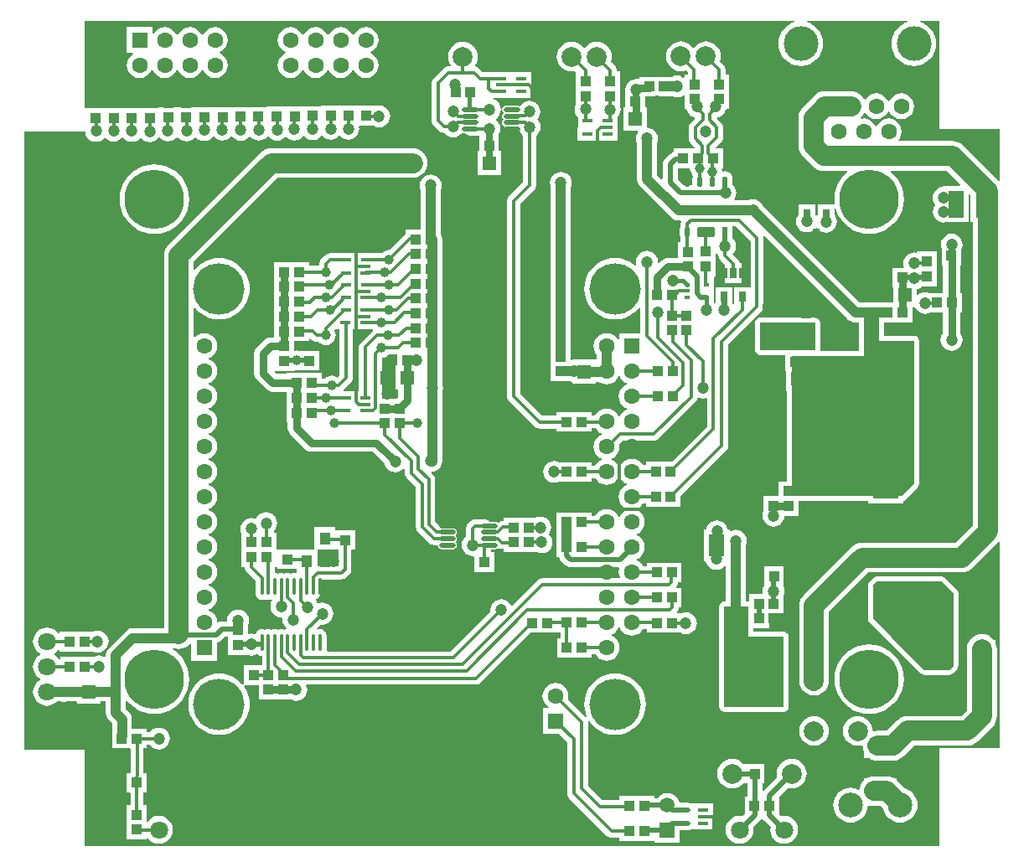
<source format=gbl>
G04*
G04 #@! TF.GenerationSoftware,Altium Limited,Altium Designer,18.1.2 (67)*
G04*
G04 Layer_Physical_Order=2*
G04 Layer_Color=16711680*
%FSLAX44Y44*%
%MOMM*%
G71*
G01*
G75*
%ADD12C,0.6000*%
%ADD14R,1.0000X1.0000*%
%ADD15R,1.0000X1.0000*%
%ADD16R,1.4000X1.4000*%
%ADD17R,1.4000X1.4000*%
%ADD21R,1.6200X2.1800*%
%ADD22R,1.6000X2.7000*%
%ADD26R,0.7000X0.8500*%
%ADD30O,1.6500X0.5000*%
%ADD64C,0.3000*%
%ADD65C,1.0000*%
%ADD66C,0.4000*%
%ADD67C,0.8000*%
%ADD68C,1.5000*%
%ADD69C,2.0000*%
%ADD70C,0.5000*%
%ADD71C,0.7000*%
%ADD72C,1.6000*%
%ADD73C,3.5000*%
%ADD74C,2.0000*%
%ADD75R,2.0000X2.0000*%
%ADD76C,2.5000*%
%ADD77C,1.8000*%
%ADD78C,5.2000*%
%ADD79R,1.6000X1.6000*%
%ADD80R,1.6000X1.6000*%
%ADD81R,1.5000X1.5000*%
%ADD82C,1.5000*%
%ADD83C,6.0000*%
%ADD84C,1.2000*%
%ADD85C,1.0000*%
%ADD86R,2.6000X2.4000*%
%ADD87R,1.0000X0.3500*%
%ADD88R,2.3000X1.5200*%
%ADD89R,0.7000X1.0000*%
%ADD90O,0.5100X1.1000*%
%ADD91R,0.5100X1.1000*%
%ADD92R,0.5000X0.4000*%
%ADD93R,1.1000X1.3000*%
%ADD94O,0.3500X1.7000*%
G36*
X867156Y730504D02*
Y728218D01*
X867410Y727964D01*
X928116D01*
Y676463D01*
X926920Y676035D01*
X926836Y676138D01*
X891276Y711698D01*
X888992Y713572D01*
X886386Y714965D01*
X883559Y715823D01*
X880618Y716113D01*
X826135D01*
X825573Y717252D01*
X827204Y719376D01*
X828513Y722538D01*
X828960Y725932D01*
X828513Y729326D01*
X827204Y732488D01*
X825120Y735204D01*
X822404Y737288D01*
X819242Y738597D01*
X815848Y739044D01*
X812454Y738597D01*
X809292Y737288D01*
X806576Y735204D01*
X804492Y732488D01*
X803783Y730775D01*
X802513D01*
X801804Y732488D01*
X799720Y735204D01*
X797004Y737288D01*
X793842Y738597D01*
X790448Y739044D01*
X787943Y738714D01*
X787438Y739880D01*
X788406Y740674D01*
X790280Y742958D01*
X790922Y744158D01*
X792187Y744261D01*
X793876Y742060D01*
X796592Y739977D01*
X799754Y738667D01*
X803148Y738220D01*
X806542Y738667D01*
X809704Y739977D01*
X812420Y742060D01*
X814503Y744776D01*
X815213Y746489D01*
X816483D01*
X817193Y744776D01*
X819276Y742060D01*
X821992Y739977D01*
X825154Y738667D01*
X828548Y738220D01*
X831942Y738667D01*
X835104Y739977D01*
X837820Y742060D01*
X839903Y744776D01*
X841213Y747938D01*
X841660Y751332D01*
X841213Y754726D01*
X839903Y757888D01*
X837820Y760604D01*
X835104Y762688D01*
X831942Y763997D01*
X828548Y764444D01*
X825154Y763997D01*
X821992Y762688D01*
X819276Y760604D01*
X817193Y757888D01*
X816483Y756175D01*
X815213D01*
X814503Y757888D01*
X812420Y760604D01*
X809704Y762688D01*
X806542Y763997D01*
X803148Y764444D01*
X799754Y763997D01*
X796592Y762688D01*
X793876Y760604D01*
X792187Y758402D01*
X790922Y758506D01*
X790280Y759706D01*
X788406Y761990D01*
X786122Y763864D01*
X783516Y765257D01*
X780688Y766115D01*
X777748Y766405D01*
X751332D01*
X748391Y766115D01*
X745564Y765257D01*
X742958Y763864D01*
X740674Y761990D01*
X739512Y760574D01*
X728990Y750052D01*
X727116Y747768D01*
X725723Y745162D01*
X724865Y742335D01*
X724575Y739394D01*
Y725932D01*
Y711708D01*
X724575Y711708D01*
X724575D01*
X724865Y708767D01*
X725723Y705940D01*
X727116Y703334D01*
X728990Y701050D01*
X739658Y690382D01*
X741942Y688508D01*
X744548Y687115D01*
X747375Y686257D01*
X750316Y685967D01*
X773698D01*
X774138Y684776D01*
X771175Y682245D01*
X767597Y678056D01*
X764718Y673359D01*
X762610Y668269D01*
X761324Y662912D01*
X760892Y657420D01*
X761246Y652921D01*
X760384Y651989D01*
X743950D01*
Y641540D01*
X743682Y641191D01*
X742412D01*
X741950Y641794D01*
Y651947D01*
X724950D01*
Y642190D01*
X723689Y640547D01*
X722581Y637872D01*
X722203Y635000D01*
X722581Y632128D01*
X723689Y629453D01*
X725453Y627155D01*
X727750Y625392D01*
X730426Y624283D01*
X733298Y623905D01*
X736170Y624283D01*
X738846Y625392D01*
X741143Y627155D01*
X742217Y628555D01*
X743487D01*
X744757Y626901D01*
X747055Y625137D01*
X749730Y624029D01*
X752602Y623651D01*
X755474Y624029D01*
X758149Y625137D01*
X760447Y626901D01*
X762210Y629198D01*
X763319Y631874D01*
X763697Y634746D01*
X763319Y637618D01*
X762210Y640294D01*
X760950Y641936D01*
Y648083D01*
X762211Y648233D01*
X762610Y646571D01*
X764718Y641481D01*
X767597Y636784D01*
X771175Y632595D01*
X775364Y629017D01*
X780061Y626138D01*
X785151Y624030D01*
X790508Y622744D01*
X796000Y622312D01*
X801492Y622744D01*
X806849Y624030D01*
X811939Y626138D01*
X816636Y629017D01*
X820825Y632595D01*
X824403Y636784D01*
X827282Y641481D01*
X829390Y646571D01*
X830676Y651928D01*
X831108Y657420D01*
X830676Y662912D01*
X829390Y668269D01*
X827282Y673359D01*
X824403Y678056D01*
X820825Y682245D01*
X817862Y684776D01*
X818302Y685967D01*
X874375D01*
X888143Y672199D01*
X887657Y671026D01*
X870636D01*
Y669894D01*
X868348Y669593D01*
X865673Y668484D01*
X863375Y666721D01*
X861611Y664424D01*
X860503Y661748D01*
X860125Y658876D01*
X860503Y656004D01*
X861611Y653328D01*
X862842Y651725D01*
X861865Y650453D01*
X860757Y647778D01*
X860379Y644906D01*
X860757Y642034D01*
X861865Y639358D01*
X863629Y637061D01*
X865927Y635298D01*
X868602Y634189D01*
X871474Y633811D01*
X873106Y634026D01*
X896636D01*
Y662047D01*
X897809Y662533D01*
X898636Y661706D01*
Y634026D01*
X901105D01*
Y327807D01*
X883519Y310221D01*
X789178D01*
X786237Y309931D01*
X783410Y309073D01*
X780804Y307680D01*
X778520Y305806D01*
X729752Y257038D01*
X727878Y254754D01*
X726485Y252148D01*
X725627Y249321D01*
X725337Y246380D01*
Y170688D01*
X725337Y170688D01*
X725337D01*
X725627Y167747D01*
X726485Y164920D01*
X727878Y162314D01*
X729752Y160030D01*
X732036Y158156D01*
X734642Y156763D01*
X737469Y155905D01*
X740410Y155615D01*
X743351Y155905D01*
X746178Y156763D01*
X748784Y158156D01*
X751068Y160030D01*
X752942Y162314D01*
X754335Y164920D01*
X755193Y167747D01*
X755483Y170688D01*
Y240137D01*
X795421Y280075D01*
X889762D01*
X892702Y280365D01*
X892702D01*
X892702Y280365D01*
X892703Y280365D01*
X895530Y281223D01*
X898136Y282616D01*
X900420Y284490D01*
X926836Y310906D01*
X926920Y311009D01*
X928116Y310581D01*
Y104140D01*
Y102616D01*
X867156D01*
Y6350D01*
Y3302D01*
X3810D01*
Y98298D01*
Y101092D01*
X-57404D01*
Y722630D01*
Y725424D01*
X3062D01*
X3062Y725424D01*
X3062Y725424D01*
X3556Y725424D01*
X3556D01*
X4025D01*
X4269Y723568D01*
X5378Y720892D01*
X7141Y718595D01*
X9438Y716832D01*
X12114Y715723D01*
X14986Y715345D01*
X17858Y715723D01*
X20533Y716832D01*
X22831Y718595D01*
X23338Y719256D01*
X24609D01*
X24921Y718849D01*
X27218Y717085D01*
X29894Y715977D01*
X32766Y715599D01*
X35638Y715977D01*
X38314Y717085D01*
X40611Y718849D01*
X41178Y719587D01*
X42448D01*
X43209Y718595D01*
X45507Y716832D01*
X48182Y715723D01*
X51054Y715345D01*
X53926Y715723D01*
X56602Y716832D01*
X58899Y718595D01*
X59465Y719333D01*
X60736D01*
X61497Y718341D01*
X63794Y716578D01*
X66470Y715469D01*
X69342Y715091D01*
X72214Y715469D01*
X74889Y716578D01*
X77187Y718341D01*
X78143Y719587D01*
X79413D01*
X79785Y719103D01*
X82083Y717339D01*
X84758Y716231D01*
X87630Y715853D01*
X90502Y716231D01*
X93177Y717339D01*
X95475Y719103D01*
X96393Y720299D01*
X97663D01*
X98581Y719103D01*
X100878Y717339D01*
X103554Y716231D01*
X106426Y715853D01*
X109298Y716231D01*
X111973Y717339D01*
X114271Y719103D01*
X114905Y719929D01*
X116175D01*
X116615Y719357D01*
X118912Y717594D01*
X121588Y716485D01*
X124460Y716107D01*
X127332Y716485D01*
X130007Y717594D01*
X132305Y719357D01*
X133037Y720310D01*
X134307D01*
X134649Y719865D01*
X136946Y718102D01*
X139622Y716993D01*
X142494Y716615D01*
X145366Y716993D01*
X148041Y718102D01*
X150339Y719865D01*
X151159Y720934D01*
X152430D01*
X153445Y719611D01*
X155743Y717848D01*
X158418Y716739D01*
X161290Y716361D01*
X164162Y716739D01*
X166838Y717848D01*
X169135Y719611D01*
X169896Y720603D01*
X171166D01*
X171733Y719865D01*
X174030Y718102D01*
X176706Y716993D01*
X179578Y716615D01*
X182450Y716993D01*
X185126Y718102D01*
X187423Y719865D01*
X188116Y720768D01*
X189387D01*
X190275Y719611D01*
X192572Y717848D01*
X195248Y716739D01*
X198120Y716361D01*
X200992Y716739D01*
X203668Y717848D01*
X205965Y719611D01*
X206355Y720119D01*
X207547D01*
X209844Y718355D01*
X212520Y717247D01*
X215392Y716869D01*
X218264Y717247D01*
X220940Y718355D01*
X223237Y720119D01*
X224125Y721276D01*
X225396D01*
X226089Y720373D01*
X228386Y718609D01*
X231062Y717501D01*
X233934Y717123D01*
X236806Y717501D01*
X239482Y718609D01*
X241779Y720373D01*
X242638Y721492D01*
X243908D01*
X244377Y720881D01*
X246674Y719118D01*
X249350Y718009D01*
X252222Y717631D01*
X255094Y718009D01*
X257770Y719118D01*
X260067Y720881D01*
X260350Y721249D01*
X261620D01*
X261903Y720881D01*
X264200Y719118D01*
X266876Y718009D01*
X269748Y717631D01*
X272620Y718009D01*
X275296Y719118D01*
X277593Y720881D01*
X279356Y723178D01*
X280465Y725854D01*
X280843Y728726D01*
X280569Y730809D01*
X281406Y731764D01*
X295181D01*
X295443Y731563D01*
X298118Y730455D01*
X300990Y730077D01*
X303862Y730455D01*
X306537Y731563D01*
X308835Y733327D01*
X310599Y735624D01*
X311707Y738300D01*
X312085Y741172D01*
X311707Y744044D01*
X310599Y746720D01*
X308835Y749017D01*
X306537Y750780D01*
X303862Y751889D01*
X300990Y752267D01*
X298118Y751889D01*
X297639Y751690D01*
X297528Y751764D01*
Y751764D01*
X241968D01*
Y751510D01*
X223934D01*
Y751256D01*
X205646D01*
Y751002D01*
X187612D01*
Y750748D01*
X150782D01*
Y750494D01*
X132748D01*
Y750240D01*
X114460D01*
Y749986D01*
X77884D01*
Y749732D01*
X4478D01*
Y749732D01*
X4454D01*
X3556Y750630D01*
Y836422D01*
Y837692D01*
X720470D01*
X720656Y836436D01*
X718296Y835720D01*
X714387Y833631D01*
X710961Y830819D01*
X708149Y827393D01*
X706060Y823484D01*
X704774Y819243D01*
X704339Y814832D01*
X704774Y810421D01*
X706060Y806180D01*
X708149Y802271D01*
X710961Y798845D01*
X714387Y796033D01*
X718296Y793944D01*
X722537Y792658D01*
X726948Y792223D01*
X731359Y792658D01*
X735600Y793944D01*
X739509Y796033D01*
X742935Y798845D01*
X745747Y802271D01*
X747836Y806180D01*
X749122Y810421D01*
X749557Y814832D01*
X749122Y819243D01*
X747836Y823484D01*
X745747Y827393D01*
X742935Y830819D01*
X739509Y833631D01*
X735600Y835720D01*
X733240Y836436D01*
X733426Y837692D01*
X834770D01*
X834956Y836436D01*
X832596Y835720D01*
X828687Y833631D01*
X825261Y830819D01*
X822449Y827393D01*
X820360Y823484D01*
X819074Y819243D01*
X818639Y814832D01*
X819074Y810421D01*
X820360Y806180D01*
X822449Y802271D01*
X825261Y798845D01*
X828687Y796033D01*
X832596Y793944D01*
X836837Y792658D01*
X841248Y792223D01*
X845659Y792658D01*
X849900Y793944D01*
X853809Y796033D01*
X857235Y798845D01*
X860047Y802271D01*
X862136Y806180D01*
X863422Y810421D01*
X863857Y814832D01*
X863422Y819243D01*
X862136Y823484D01*
X860047Y827393D01*
X857235Y830819D01*
X853809Y833631D01*
X849900Y835720D01*
X847540Y836436D01*
X847726Y837692D01*
X867156D01*
Y730504D01*
D02*
G37*
%LPC*%
G36*
X287528Y831500D02*
X284134Y831053D01*
X280972Y829743D01*
X278256Y827660D01*
X276173Y824944D01*
X275463Y823231D01*
X274193D01*
X273484Y824944D01*
X271400Y827660D01*
X268684Y829743D01*
X265522Y831053D01*
X262128Y831500D01*
X258734Y831053D01*
X255572Y829743D01*
X252856Y827660D01*
X250772Y824944D01*
X250063Y823231D01*
X248793D01*
X248083Y824944D01*
X246000Y827660D01*
X243284Y829743D01*
X240122Y831053D01*
X236728Y831500D01*
X233334Y831053D01*
X230172Y829743D01*
X227456Y827660D01*
X225373Y824944D01*
X224663Y823231D01*
X223393D01*
X222684Y824944D01*
X220600Y827660D01*
X217884Y829743D01*
X214722Y831053D01*
X211328Y831500D01*
X207934Y831053D01*
X204772Y829743D01*
X202056Y827660D01*
X199972Y824944D01*
X198663Y821782D01*
X198216Y818388D01*
X198663Y814994D01*
X199972Y811832D01*
X202056Y809116D01*
X204772Y807032D01*
X206485Y806323D01*
Y805053D01*
X204772Y804343D01*
X202056Y802260D01*
X199972Y799544D01*
X198663Y796382D01*
X198216Y792988D01*
X198663Y789594D01*
X199972Y786432D01*
X202056Y783716D01*
X204772Y781633D01*
X207934Y780323D01*
X211328Y779876D01*
X214722Y780323D01*
X217884Y781633D01*
X220600Y783716D01*
X222684Y786432D01*
X223393Y788145D01*
X224663D01*
X225373Y786432D01*
X227456Y783716D01*
X230172Y781633D01*
X233334Y780323D01*
X236728Y779876D01*
X240122Y780323D01*
X243284Y781633D01*
X246000Y783716D01*
X248083Y786432D01*
X248793Y788145D01*
X250063D01*
X250772Y786432D01*
X252856Y783716D01*
X255572Y781633D01*
X258734Y780323D01*
X262128Y779876D01*
X265522Y780323D01*
X268684Y781633D01*
X271400Y783716D01*
X273484Y786432D01*
X274193Y788145D01*
X275463D01*
X276173Y786432D01*
X278256Y783716D01*
X280972Y781633D01*
X284134Y780323D01*
X287528Y779876D01*
X290922Y780323D01*
X294084Y781633D01*
X296800Y783716D01*
X298883Y786432D01*
X300193Y789594D01*
X300640Y792988D01*
X300193Y796382D01*
X298883Y799544D01*
X296800Y802260D01*
X294084Y804343D01*
X292371Y805053D01*
Y806323D01*
X294084Y807032D01*
X296800Y809116D01*
X298883Y811832D01*
X300193Y814994D01*
X300640Y818388D01*
X300193Y821782D01*
X298883Y824944D01*
X296800Y827660D01*
X294084Y829743D01*
X290922Y831053D01*
X287528Y831500D01*
D02*
G37*
G36*
X135128D02*
X131734Y831053D01*
X128572Y829743D01*
X125856Y827660D01*
X123772Y824944D01*
X123063Y823231D01*
X121793D01*
X121083Y824944D01*
X119000Y827660D01*
X116284Y829743D01*
X113122Y831053D01*
X109728Y831500D01*
X106334Y831053D01*
X103172Y829743D01*
X100456Y827660D01*
X98372Y824944D01*
X97663Y823231D01*
X96393D01*
X95683Y824944D01*
X93600Y827660D01*
X90884Y829743D01*
X87722Y831053D01*
X84328Y831500D01*
X80934Y831053D01*
X77772Y829743D01*
X75056Y827660D01*
X73131Y825150D01*
X71928Y825558D01*
Y831388D01*
X45928D01*
Y805388D01*
X51758D01*
X52166Y804185D01*
X49656Y802260D01*
X47572Y799544D01*
X46263Y796382D01*
X45816Y792988D01*
X46263Y789594D01*
X47572Y786432D01*
X49656Y783716D01*
X52372Y781633D01*
X55534Y780323D01*
X58928Y779876D01*
X62322Y780323D01*
X65484Y781633D01*
X68200Y783716D01*
X70283Y786432D01*
X70993Y788145D01*
X72263D01*
X72972Y786432D01*
X75056Y783716D01*
X77772Y781633D01*
X80934Y780323D01*
X84328Y779876D01*
X87722Y780323D01*
X90884Y781633D01*
X93600Y783716D01*
X95683Y786432D01*
X96393Y788145D01*
X97663D01*
X98372Y786432D01*
X100456Y783716D01*
X103172Y781633D01*
X106334Y780323D01*
X109728Y779876D01*
X113122Y780323D01*
X116284Y781633D01*
X119000Y783716D01*
X121083Y786432D01*
X121793Y788145D01*
X123063D01*
X123772Y786432D01*
X125856Y783716D01*
X128572Y781633D01*
X131734Y780323D01*
X135128Y779876D01*
X138522Y780323D01*
X141684Y781633D01*
X144400Y783716D01*
X146483Y786432D01*
X147793Y789594D01*
X148240Y792988D01*
X147793Y796382D01*
X146483Y799544D01*
X144400Y802260D01*
X141684Y804343D01*
X139971Y805053D01*
Y806323D01*
X141684Y807032D01*
X144400Y809116D01*
X146483Y811832D01*
X147793Y814994D01*
X148240Y818388D01*
X147793Y821782D01*
X146483Y824944D01*
X144400Y827660D01*
X141684Y829743D01*
X138522Y831053D01*
X135128Y831500D01*
D02*
G37*
G36*
X631190Y816827D02*
X628250Y816537D01*
X625422Y815679D01*
X622816Y814286D01*
X620532Y812412D01*
X619125Y810697D01*
X617855D01*
X616448Y812412D01*
X614164Y814286D01*
X611558Y815679D01*
X608731Y816537D01*
X605790Y816827D01*
X602850Y816537D01*
X600022Y815679D01*
X597416Y814286D01*
X595132Y812412D01*
X593258Y810128D01*
X591865Y807522D01*
X591007Y804695D01*
X590717Y801754D01*
X591007Y798813D01*
X591865Y795986D01*
X593258Y793380D01*
X595132Y791096D01*
X597416Y789222D01*
X600022Y787829D01*
X602850Y786971D01*
X605790Y786681D01*
X608731Y786971D01*
X610798Y787598D01*
X612696Y785700D01*
Y783564D01*
X609506D01*
Y780924D01*
X608367Y780362D01*
X607528Y781006D01*
X604852Y782115D01*
X601980Y782493D01*
X599108Y782115D01*
X596973Y781230D01*
X588772D01*
X588117Y781144D01*
X563772D01*
Y779206D01*
X563372D01*
X561081Y778904D01*
X560832Y778937D01*
X557960Y778559D01*
X555285Y777450D01*
X552987Y775687D01*
X551223Y773390D01*
X550115Y770714D01*
X549737Y767842D01*
X549985Y765960D01*
X549936Y765904D01*
X549936D01*
Y750378D01*
X547722D01*
Y726378D01*
X561999D01*
X562560Y725239D01*
X561892Y724368D01*
X560783Y721692D01*
X560405Y718820D01*
X560783Y715948D01*
X561668Y713813D01*
Y677926D01*
X561668Y677926D01*
X561668D01*
X562011Y675315D01*
X563019Y672883D01*
X564622Y670794D01*
X596626Y638790D01*
X598715Y637187D01*
X601147Y636179D01*
X603758Y635836D01*
X604244D01*
X606138Y635051D01*
D01*
X606061Y634157D01*
D01*
X605838Y632460D01*
Y630886D01*
X605799Y630836D01*
X605038Y628999D01*
X604779Y627028D01*
Y621128D01*
X605038Y619157D01*
X605799Y617320D01*
X605838Y617270D01*
Y614266D01*
X602648D01*
Y598358D01*
X592836D01*
X590487Y598048D01*
X589204Y597517D01*
X588297Y597141D01*
X586417Y595699D01*
X583654Y592935D01*
X582515Y593497D01*
X582595Y594106D01*
X582217Y596978D01*
X581109Y599654D01*
X579345Y601951D01*
X577048Y603714D01*
X574372Y604823D01*
X571500Y605201D01*
X568628Y604823D01*
X565952Y603714D01*
X563655Y601951D01*
X561892Y599654D01*
X560783Y596978D01*
X560405Y594106D01*
X560783Y591234D01*
X560978Y590765D01*
X559950Y590019D01*
X557538Y592079D01*
X553377Y594629D01*
X548869Y596496D01*
X544124Y597635D01*
X539260Y598018D01*
X534396Y597635D01*
X529651Y596496D01*
X525143Y594629D01*
X520982Y592079D01*
X517272Y588910D01*
X514103Y585200D01*
X511553Y581039D01*
X509686Y576531D01*
X508547Y571786D01*
X508164Y566922D01*
X508547Y562057D01*
X509686Y557313D01*
X511553Y552805D01*
X514103Y548644D01*
X517272Y544934D01*
X520982Y541765D01*
X525143Y539215D01*
X529651Y537348D01*
X534396Y536209D01*
X539260Y535826D01*
X544124Y536209D01*
X548869Y537348D01*
X553377Y539215D01*
X557538Y541765D01*
X561248Y544934D01*
X563752Y547866D01*
X564944Y547426D01*
Y521922D01*
X543260D01*
Y516092D01*
X542057Y515684D01*
X540132Y518194D01*
X537416Y520277D01*
X534254Y521587D01*
X530860Y522034D01*
X527466Y521587D01*
X524304Y520277D01*
X521588Y518194D01*
X519505Y515478D01*
X518195Y512316D01*
X517748Y508922D01*
X518195Y505528D01*
X519505Y502366D01*
X520774Y500712D01*
Y495202D01*
X520000D01*
Y495202D01*
X496000D01*
Y495202D01*
X495587Y494127D01*
X494632Y494964D01*
Y499725D01*
X494718Y500380D01*
Y669468D01*
X495349Y670990D01*
X495727Y673862D01*
X495349Y676734D01*
X494240Y679409D01*
X492477Y681707D01*
X490179Y683471D01*
X487504Y684579D01*
X484632Y684957D01*
X481760Y684579D01*
X479085Y683471D01*
X476787Y681707D01*
X475023Y679409D01*
X473915Y676734D01*
X473537Y673862D01*
X473915Y670990D01*
X474546Y669468D01*
Y500380D01*
X474632Y499725D01*
Y488348D01*
Y473348D01*
X484845D01*
X485394Y473276D01*
X493700D01*
X495222Y472645D01*
X496000Y472543D01*
Y471202D01*
X520000D01*
Y472768D01*
X523520D01*
X524304Y472166D01*
X527466Y470857D01*
X530860Y470410D01*
X534254Y470857D01*
X537416Y472166D01*
X540132Y474250D01*
X542215Y476966D01*
X542925Y478679D01*
X544195D01*
X544905Y476966D01*
X546988Y474250D01*
X549704Y472166D01*
X551417Y471457D01*
Y470187D01*
X549704Y469477D01*
X546988Y467394D01*
X544905Y464678D01*
X543595Y461516D01*
X543148Y458122D01*
X543595Y454728D01*
X544905Y451566D01*
X546988Y448850D01*
X549704Y446767D01*
X551417Y446057D01*
Y444787D01*
X549704Y444077D01*
X546988Y441994D01*
X544905Y439278D01*
X544195Y437565D01*
X542925D01*
X542215Y439278D01*
X540132Y441994D01*
X537416Y444077D01*
X534254Y445387D01*
X530860Y445834D01*
X527466Y445387D01*
X524304Y444077D01*
X521588Y441994D01*
X519505Y439278D01*
X519333Y438864D01*
X515460D01*
Y442308D01*
X480460D01*
Y438610D01*
X465504D01*
X443436Y460678D01*
Y652858D01*
X457772Y667194D01*
X458814Y668552D01*
X459277Y669670D01*
X459469Y670133D01*
X459692Y671830D01*
Y721415D01*
X460981Y722405D01*
X462744Y724703D01*
X463853Y727378D01*
X464231Y730250D01*
X463853Y733122D01*
X462744Y735798D01*
X460981Y738095D01*
X460916Y738145D01*
X462491Y740197D01*
X463599Y742872D01*
X463977Y745744D01*
X463599Y748616D01*
X462491Y751292D01*
X460727Y753589D01*
X458429Y755352D01*
X455754Y756461D01*
X452882Y756839D01*
X450010Y756461D01*
X447335Y755352D01*
X445037Y753589D01*
X443274Y751292D01*
X442983Y751203D01*
X442327Y751642D01*
X440766Y751952D01*
X429266D01*
X427705Y751642D01*
X426382Y750758D01*
X425498Y749435D01*
X425188Y747874D01*
X425498Y746313D01*
X426382Y744990D01*
Y744258D01*
X425498Y742935D01*
X425188Y741374D01*
X425498Y739813D01*
X426382Y738490D01*
X426400Y738384D01*
X426376Y738354D01*
X425721Y736773D01*
X425721Y736768D01*
X425498Y736435D01*
X425188Y734874D01*
X425498Y733313D01*
X426157Y732327D01*
X426376Y731798D01*
X427418Y730440D01*
X428776Y729398D01*
X430357Y728743D01*
X432054Y728520D01*
X442269D01*
X442419Y727378D01*
X443527Y724703D01*
X445291Y722405D01*
X446580Y721415D01*
Y674546D01*
X432244Y660210D01*
X431202Y658852D01*
X430875Y658061D01*
X430547Y657271D01*
X430324Y655574D01*
Y457962D01*
X430547Y456265D01*
X430875Y455475D01*
X431202Y454684D01*
X432244Y453326D01*
X458152Y427418D01*
X459510Y426376D01*
X460301Y426049D01*
X461091Y425721D01*
X462788Y425498D01*
X480460D01*
Y422308D01*
X515460D01*
Y425752D01*
X519822D01*
X521588Y423450D01*
X524304Y421367D01*
X526017Y420657D01*
Y419387D01*
X524304Y418677D01*
X521588Y416594D01*
X519505Y413878D01*
X518195Y410716D01*
X517748Y407322D01*
X518195Y403928D01*
X519505Y400766D01*
X521588Y398050D01*
X524304Y395966D01*
X526017Y395257D01*
Y393987D01*
X524304Y393277D01*
X521588Y391194D01*
X519505Y388478D01*
X519438Y388318D01*
X515346D01*
Y391762D01*
X482376D01*
X480646Y392479D01*
X477774Y392857D01*
X474902Y392479D01*
X472226Y391371D01*
X469929Y389607D01*
X468166Y387309D01*
X467057Y384634D01*
X466679Y381762D01*
X467057Y378890D01*
X468166Y376214D01*
X469929Y373917D01*
X472226Y372154D01*
X474902Y371045D01*
X477774Y370667D01*
X480646Y371045D01*
X482376Y371762D01*
X515346D01*
Y375206D01*
X519627D01*
X521588Y372650D01*
X524304Y370566D01*
X527466Y369257D01*
X530860Y368810D01*
X534254Y369257D01*
X537416Y370566D01*
X540132Y372650D01*
X542215Y375366D01*
X542925Y377079D01*
X544195D01*
X544905Y375366D01*
X546988Y372650D01*
X549704Y370566D01*
X551417Y369857D01*
Y368587D01*
X549704Y367877D01*
X546988Y365794D01*
X544905Y363078D01*
X543595Y359916D01*
X543148Y356522D01*
X543595Y353128D01*
X544905Y349966D01*
X546988Y347250D01*
X549704Y345167D01*
X551417Y344457D01*
Y343187D01*
X549704Y342477D01*
X546988Y340394D01*
X544905Y337678D01*
X544195Y335965D01*
X542925D01*
X542215Y337678D01*
X540132Y340394D01*
X537416Y342477D01*
X534254Y343787D01*
X530860Y344234D01*
X527466Y343787D01*
X524304Y342477D01*
X521588Y340394D01*
X519505Y337678D01*
X519438Y337518D01*
X515346D01*
Y340962D01*
X491001D01*
X490346Y341048D01*
X489691Y340962D01*
X480346D01*
Y331617D01*
X480260Y330962D01*
Y306196D01*
X480346Y305541D01*
Y295816D01*
X483089D01*
X483167Y295222D01*
X483923Y293398D01*
X485125Y291831D01*
X489443Y287513D01*
X489443Y287513D01*
X491010Y286311D01*
X492834Y285555D01*
X494792Y285297D01*
X543107D01*
X543812Y284241D01*
X543595Y283716D01*
X543148Y280322D01*
X543595Y276928D01*
X544258Y275328D01*
X543552Y274272D01*
X465836D01*
X464139Y274049D01*
X463676Y273857D01*
X462558Y273394D01*
X461200Y272352D01*
X435558Y246710D01*
X434313Y246957D01*
X434043Y247610D01*
X432279Y249907D01*
X429981Y251670D01*
X427306Y252779D01*
X424434Y253157D01*
X421562Y252779D01*
X418886Y251670D01*
X416589Y249907D01*
X414826Y247610D01*
X413717Y244934D01*
X413339Y242062D01*
X413551Y240451D01*
X373458Y200358D01*
X248576D01*
X247739Y201313D01*
X247894Y202494D01*
Y215994D01*
X247662Y217756D01*
X246982Y219398D01*
X245900Y220808D01*
X244490Y221890D01*
X242848Y222570D01*
X241086Y222802D01*
X239324Y222570D01*
X238231Y222117D01*
X237588Y223079D01*
X237562Y223210D01*
X241975Y227623D01*
X243586Y227411D01*
X246458Y227789D01*
X249133Y228897D01*
X251431Y230661D01*
X253195Y232959D01*
X254303Y235634D01*
X254681Y238506D01*
X254303Y241378D01*
X253195Y244053D01*
X251431Y246351D01*
X249133Y248114D01*
X246458Y249223D01*
X243586Y249601D01*
X240714Y249223D01*
X239083Y248547D01*
X238209Y250658D01*
X237080Y252128D01*
X237410Y253358D01*
X237990Y253598D01*
X239400Y254680D01*
X240482Y256090D01*
X241162Y257732D01*
X241394Y259494D01*
Y272994D01*
X242185Y273098D01*
X262890D01*
X264587Y273321D01*
X265377Y273649D01*
X266168Y273976D01*
X267526Y275018D01*
X271082Y278574D01*
X272124Y279932D01*
X272451Y280723D01*
X272779Y281513D01*
X273002Y283210D01*
Y303048D01*
X276700D01*
Y323048D01*
X256700D01*
D01*
X256700D01*
X256626Y323122D01*
Y326202D01*
X235626D01*
Y303202D01*
D01*
Y303202D01*
X235626Y303202D01*
X218280D01*
Y303490D01*
X198280D01*
Y283490D01*
X217626D01*
Y280431D01*
X216671Y279594D01*
X215086Y279802D01*
X213324Y279570D01*
X211836Y278954D01*
X210348Y279570D01*
X208586Y279802D01*
X206824Y279570D01*
X205336Y278954D01*
X203848Y279570D01*
X202086Y279802D01*
X200324Y279570D01*
X198836Y278954D01*
X197348Y279570D01*
X195682Y279790D01*
Y285656D01*
X196944D01*
Y300656D01*
Y320656D01*
X194882D01*
X194474Y321859D01*
X194789Y322101D01*
X196553Y324398D01*
X197661Y327074D01*
X198039Y329946D01*
X197661Y332818D01*
X196553Y335494D01*
X194789Y337791D01*
X192491Y339554D01*
X189816Y340663D01*
X186944Y341041D01*
X184072Y340663D01*
X181397Y339554D01*
X179099Y337791D01*
X177335Y335494D01*
X177074Y334863D01*
X175901Y334377D01*
X174830Y334821D01*
X171958Y335199D01*
X169086Y334821D01*
X166411Y333713D01*
X164113Y331949D01*
X162349Y329651D01*
X161241Y326976D01*
X160863Y324104D01*
X161241Y321232D01*
X161958Y319502D01*
Y300656D01*
Y285656D01*
X165148D01*
Y285242D01*
X165371Y283545D01*
X165699Y282755D01*
X166026Y281964D01*
X167068Y280606D01*
X175778Y271896D01*
Y259494D01*
X176010Y257732D01*
X176690Y256090D01*
X177772Y254680D01*
X179182Y253598D01*
X180824Y252918D01*
X182586Y252686D01*
X184348Y252918D01*
X185836Y253534D01*
X187324Y252918D01*
X189086Y252686D01*
X190848Y252918D01*
X191806Y253314D01*
X192945Y252753D01*
X193114Y252121D01*
X192575Y251420D01*
X191467Y248744D01*
X191089Y245872D01*
X191467Y243000D01*
X192575Y240324D01*
X194339Y238027D01*
X196637Y236264D01*
X199312Y235155D01*
X202184Y234777D01*
X202583Y234830D01*
X203481Y233932D01*
X203281Y232410D01*
X203659Y229538D01*
X204767Y226863D01*
X206531Y224565D01*
X207476Y223839D01*
X207147Y222613D01*
X206824Y222570D01*
X205336Y221954D01*
X203848Y222570D01*
X202086Y222802D01*
X200324Y222570D01*
X198836Y221954D01*
X197348Y222570D01*
X195586Y222802D01*
X193824Y222570D01*
X192336Y221954D01*
X190848Y222570D01*
X189086Y222802D01*
X187324Y222570D01*
X185836Y221954D01*
X184348Y222570D01*
X182586Y222802D01*
X180824Y222570D01*
X179182Y221890D01*
X177772Y220808D01*
X176690Y219398D01*
X176010Y217756D01*
X175637Y217541D01*
X174576Y217981D01*
X171704Y218359D01*
X169451Y218062D01*
X168496Y218900D01*
Y222357D01*
X168582Y223012D01*
Y227254D01*
X169213Y228776D01*
X169591Y231648D01*
X169213Y234520D01*
X168104Y237195D01*
X166341Y239493D01*
X164044Y241257D01*
X161368Y242365D01*
X158496Y242743D01*
X155624Y242365D01*
X152949Y241257D01*
X150651Y239493D01*
X148888Y237195D01*
X147779Y234520D01*
X147401Y231648D01*
X147416Y231532D01*
X146579Y230577D01*
X141986D01*
X141986Y230577D01*
X140028Y230319D01*
X138374Y229634D01*
X137971Y229866D01*
X137193Y230880D01*
X136925Y232916D01*
X135616Y236078D01*
X133532Y238794D01*
X130816Y240877D01*
X129103Y241587D01*
Y242857D01*
X130816Y243566D01*
X133532Y245650D01*
X135616Y248366D01*
X136925Y251528D01*
X137372Y254922D01*
X136925Y258316D01*
X135616Y261478D01*
X133532Y264194D01*
X130816Y266277D01*
X129103Y266987D01*
Y268257D01*
X130816Y268967D01*
X133532Y271050D01*
X135616Y273766D01*
X136925Y276928D01*
X137372Y280322D01*
X136925Y283716D01*
X135616Y286878D01*
X133532Y289594D01*
X130816Y291677D01*
X129103Y292387D01*
Y293657D01*
X130816Y294366D01*
X133532Y296450D01*
X135616Y299166D01*
X136925Y302328D01*
X137372Y305722D01*
X136925Y309116D01*
X135616Y312278D01*
X133532Y314994D01*
X130816Y317077D01*
X129103Y317787D01*
Y319057D01*
X130816Y319767D01*
X133532Y321850D01*
X135616Y324566D01*
X136925Y327728D01*
X137372Y331122D01*
X136925Y334516D01*
X135616Y337678D01*
X133532Y340394D01*
X130816Y342477D01*
X129103Y343187D01*
Y344457D01*
X130816Y345167D01*
X133532Y347250D01*
X135616Y349966D01*
X136925Y353128D01*
X137372Y356522D01*
X136925Y359916D01*
X135616Y363078D01*
X133532Y365794D01*
X130816Y367877D01*
X129103Y368587D01*
Y369857D01*
X130816Y370566D01*
X133532Y372650D01*
X135616Y375366D01*
X136925Y378528D01*
X137372Y381922D01*
X136925Y385316D01*
X135616Y388478D01*
X133532Y391194D01*
X130816Y393277D01*
X129103Y393987D01*
Y395257D01*
X130816Y395966D01*
X133532Y398050D01*
X135616Y400766D01*
X136925Y403928D01*
X137372Y407322D01*
X136925Y410716D01*
X135616Y413878D01*
X133532Y416594D01*
X130816Y418677D01*
X129103Y419387D01*
Y420657D01*
X130816Y421367D01*
X133532Y423450D01*
X135616Y426166D01*
X136925Y429328D01*
X137372Y432722D01*
X136925Y436116D01*
X135616Y439278D01*
X133532Y441994D01*
X130816Y444077D01*
X129103Y444787D01*
Y446057D01*
X130816Y446767D01*
X133532Y448850D01*
X135616Y451566D01*
X136925Y454728D01*
X137372Y458122D01*
X136925Y461516D01*
X135616Y464678D01*
X133532Y467394D01*
X130816Y469477D01*
X129103Y470187D01*
Y471457D01*
X130816Y472166D01*
X133532Y474250D01*
X135616Y476966D01*
X136925Y480128D01*
X137372Y483522D01*
X136925Y486916D01*
X135616Y490078D01*
X133532Y492794D01*
X130816Y494877D01*
X129103Y495587D01*
Y496857D01*
X130816Y497566D01*
X133532Y499650D01*
X135616Y502366D01*
X136925Y505528D01*
X137372Y508922D01*
X136925Y512316D01*
X135616Y515478D01*
X133532Y518194D01*
X130816Y520277D01*
X127654Y521587D01*
X124260Y522034D01*
X120866Y521587D01*
X117704Y520277D01*
X114988Y518194D01*
X114827Y517984D01*
X113625Y518392D01*
Y547370D01*
X114816Y547809D01*
X117272Y544934D01*
X120982Y541765D01*
X125143Y539215D01*
X129651Y537348D01*
X134396Y536209D01*
X139260Y535826D01*
X144124Y536209D01*
X148869Y537348D01*
X153377Y539215D01*
X157538Y541765D01*
X161248Y544934D01*
X164417Y548644D01*
X166967Y552805D01*
X168834Y557313D01*
X169973Y562057D01*
X170356Y566922D01*
X169973Y571786D01*
X168834Y576531D01*
X166967Y581039D01*
X164417Y585200D01*
X161248Y588910D01*
X157538Y592079D01*
X153377Y594629D01*
X148869Y596496D01*
X144124Y597635D01*
X139260Y598018D01*
X134396Y597635D01*
X129651Y596496D01*
X125143Y594629D01*
X120982Y592079D01*
X117272Y588910D01*
X114816Y586035D01*
X113625Y586474D01*
Y594213D01*
X198267Y678855D01*
X335026D01*
X337966Y679145D01*
X340794Y680003D01*
X343400Y681396D01*
X345684Y683270D01*
X347558Y685554D01*
X348951Y688160D01*
X349809Y690987D01*
X350099Y693928D01*
X349809Y696869D01*
X348951Y699696D01*
X347558Y702302D01*
X345684Y704586D01*
X343400Y706460D01*
X340794Y707853D01*
X337966Y708711D01*
X335026Y709001D01*
X192024D01*
X189083Y708711D01*
X186256Y707853D01*
X183650Y706460D01*
X181366Y704586D01*
X87894Y611114D01*
X86020Y608830D01*
X84627Y606224D01*
X83769Y603396D01*
X83479Y600456D01*
Y223700D01*
X51816D01*
X49205Y223357D01*
X46773Y222349D01*
X44684Y220746D01*
X27666Y203728D01*
X26063Y201639D01*
X25055Y199207D01*
X24712Y196596D01*
Y195148D01*
X23573Y194586D01*
X23328Y194774D01*
X20652Y195883D01*
X17780Y196261D01*
X14908Y195883D01*
X13178Y195166D01*
X-21444D01*
Y192813D01*
X-22647Y192404D01*
X-24559Y194897D01*
X-27270Y196977D01*
Y198247D01*
X-24559Y200327D01*
X-22901Y202488D01*
X-21698Y202080D01*
Y200312D01*
X11908D01*
X13638Y199595D01*
X16510Y199217D01*
X19382Y199595D01*
X22057Y200704D01*
X24355Y202467D01*
X26119Y204764D01*
X27227Y207440D01*
X27605Y210312D01*
X27227Y213184D01*
X26119Y215860D01*
X24355Y218157D01*
X22057Y219921D01*
X19382Y221029D01*
X16510Y221407D01*
X13638Y221029D01*
X11908Y220312D01*
X-21698D01*
Y218544D01*
X-22901Y218136D01*
X-24559Y220297D01*
X-27484Y222541D01*
X-30889Y223952D01*
X-34544Y224433D01*
X-38199Y223952D01*
X-41604Y222541D01*
X-44529Y220297D01*
X-46773Y217372D01*
X-48184Y213967D01*
X-48665Y210312D01*
X-48184Y206657D01*
X-46773Y203252D01*
X-44529Y200327D01*
X-41818Y198247D01*
Y196977D01*
X-44529Y194897D01*
X-46773Y191972D01*
X-48184Y188567D01*
X-48665Y184912D01*
X-48184Y181257D01*
X-46773Y177852D01*
X-44529Y174927D01*
X-41818Y172847D01*
Y171577D01*
X-44529Y169497D01*
X-46773Y166572D01*
X-48184Y163167D01*
X-48665Y159512D01*
X-48184Y155857D01*
X-46773Y152452D01*
X-44529Y149527D01*
X-41604Y147283D01*
X-38199Y145872D01*
X-34544Y145391D01*
X-30889Y145872D01*
X-27484Y147283D01*
X-24559Y149527D01*
X-24442Y149680D01*
X-19906D01*
Y149646D01*
X-4380D01*
Y147352D01*
X19620D01*
Y149680D01*
X24712D01*
Y138176D01*
X24712Y138176D01*
X24712D01*
X25055Y135566D01*
X26063Y133133D01*
X27666Y131044D01*
X31062Y127648D01*
Y114300D01*
X31134Y113751D01*
Y102268D01*
X48898D01*
X49795Y101369D01*
X49716Y77564D01*
X46014D01*
Y57564D01*
X48751D01*
X49648Y56665D01*
X49611Y45306D01*
X46134D01*
Y25306D01*
Y10306D01*
X66134D01*
Y11245D01*
X67337Y11653D01*
X68543Y10081D01*
X71468Y7837D01*
X74873Y6426D01*
X78528Y5945D01*
X82183Y6426D01*
X85588Y7837D01*
X88513Y10081D01*
X90757Y13006D01*
X92168Y16411D01*
X92649Y20066D01*
X92168Y23721D01*
X90757Y27126D01*
X88513Y30051D01*
X85588Y32295D01*
X82183Y33706D01*
X78528Y34187D01*
X74873Y33706D01*
X71468Y32295D01*
X68543Y30051D01*
X67337Y28479D01*
X66134Y28887D01*
Y45306D01*
X63622D01*
X62726Y46206D01*
X62763Y57564D01*
X66014D01*
Y77564D01*
X63728D01*
X62832Y78464D01*
X62910Y102268D01*
X66134D01*
Y105712D01*
X69651D01*
X70641Y104423D01*
X72938Y102660D01*
X75614Y101551D01*
X78486Y101173D01*
X81358Y101551D01*
X84033Y102660D01*
X86331Y104423D01*
X88095Y106721D01*
X89203Y109396D01*
X89581Y112268D01*
X89203Y115140D01*
X88095Y117816D01*
X86331Y120113D01*
X84033Y121876D01*
X81358Y122985D01*
X78486Y123363D01*
X75614Y122985D01*
X72938Y121876D01*
X70641Y120113D01*
X69651Y118824D01*
X66134D01*
Y122268D01*
X51234D01*
Y131826D01*
X50891Y134437D01*
X49883Y136869D01*
X48280Y138958D01*
X44884Y142354D01*
Y150784D01*
X46076Y151223D01*
X49175Y147595D01*
X53364Y144017D01*
X58061Y141138D01*
X63151Y139030D01*
X68508Y137744D01*
X74000Y137312D01*
X79492Y137744D01*
X84849Y139030D01*
X89939Y141138D01*
X94636Y144017D01*
X98825Y147595D01*
X102403Y151784D01*
X105282Y156481D01*
X107390Y161571D01*
X108676Y166928D01*
X109108Y172420D01*
X108676Y177912D01*
X107390Y183269D01*
X105282Y188359D01*
X102403Y193056D01*
X98825Y197245D01*
X94636Y200823D01*
X92217Y202305D01*
X92562Y203528D01*
X94363D01*
X95611Y203149D01*
X98552Y202859D01*
X101493Y203149D01*
X104320Y204007D01*
X106926Y205400D01*
X109210Y207274D01*
X110064Y208315D01*
X111260Y207887D01*
Y191122D01*
X137260D01*
Y209624D01*
X137954Y209715D01*
X139244Y210249D01*
X139778Y210471D01*
X141345Y211673D01*
X145119Y215447D01*
X148496D01*
Y211996D01*
Y196996D01*
X167749D01*
X168832Y196547D01*
X171704Y196169D01*
X174576Y196547D01*
X177251Y197656D01*
X177355Y197735D01*
X177772Y197680D01*
X179182Y196598D01*
X180824Y195918D01*
X182570Y195688D01*
Y186544D01*
X179230D01*
Y186410D01*
X164244D01*
Y167237D01*
X163937Y167124D01*
X163937Y167124D01*
X163053Y166797D01*
X161248Y168910D01*
X157538Y172079D01*
X153377Y174629D01*
X148869Y176496D01*
X144124Y177635D01*
X139260Y178018D01*
X134396Y177635D01*
X129651Y176496D01*
X125143Y174629D01*
X120982Y172079D01*
X117272Y168910D01*
X114103Y165200D01*
X111553Y161039D01*
X109686Y156531D01*
X108547Y151786D01*
X108164Y146922D01*
X108547Y142058D01*
X109686Y137313D01*
X111553Y132805D01*
X114103Y128644D01*
X117272Y124934D01*
X120982Y121765D01*
X125143Y119215D01*
X129651Y117348D01*
X134396Y116209D01*
X139260Y115826D01*
X144124Y116209D01*
X148869Y117348D01*
X153377Y119215D01*
X157538Y121765D01*
X161248Y124934D01*
X164417Y128644D01*
X166967Y132805D01*
X168834Y137313D01*
X169973Y142058D01*
X170356Y146922D01*
X169973Y151786D01*
X168834Y156531D01*
X166967Y161039D01*
X164417Y165200D01*
X164368Y165257D01*
X164799Y166191D01*
D01*
X164900Y166410D01*
X179230D01*
Y151544D01*
X212568D01*
X214298Y150827D01*
X217170Y150449D01*
X220042Y150827D01*
X222717Y151936D01*
X225015Y153699D01*
X226779Y155997D01*
X227887Y158672D01*
X228265Y161544D01*
X227887Y164416D01*
X227390Y165616D01*
X228095Y166672D01*
X399034D01*
X400731Y166895D01*
X401521Y167223D01*
X402312Y167550D01*
X403670Y168592D01*
X454186Y219108D01*
X480422D01*
Y219362D01*
X480714D01*
Y219362D01*
X484158D01*
Y213962D01*
X480714D01*
Y193962D01*
X515714D01*
Y197406D01*
X519627D01*
X521588Y194850D01*
X524304Y192766D01*
X527466Y191457D01*
X530860Y191010D01*
X534254Y191457D01*
X537416Y192766D01*
X540132Y194850D01*
X542215Y197566D01*
X543525Y200728D01*
X543972Y204122D01*
X543525Y207516D01*
X542215Y210678D01*
X540132Y213394D01*
X537416Y215477D01*
X535703Y216187D01*
Y217457D01*
X537416Y218167D01*
X540132Y220250D01*
X542215Y222966D01*
X542925Y224679D01*
X544195D01*
X544905Y222966D01*
X546988Y220250D01*
X549704Y218167D01*
X552866Y216857D01*
X556260Y216410D01*
X559654Y216857D01*
X562816Y218167D01*
X565532Y220250D01*
X567493Y222806D01*
X571646D01*
Y219108D01*
X605654D01*
X607998Y218137D01*
X610870Y217759D01*
X613742Y218137D01*
X616418Y219245D01*
X618715Y221009D01*
X620479Y223307D01*
X621587Y225982D01*
X621965Y228854D01*
X621587Y231726D01*
X620479Y234401D01*
X618715Y236699D01*
X616418Y238463D01*
X613742Y239571D01*
X610870Y239949D01*
X607998Y239571D01*
X606736Y239048D01*
X606646Y239108D01*
Y239108D01*
X602372D01*
X601810Y240247D01*
X602832Y241578D01*
X603159Y242369D01*
X603487Y243159D01*
X603698Y244762D01*
X606646D01*
Y264762D01*
X601610D01*
X601049Y265901D01*
X602070Y267232D01*
X602397Y268023D01*
X602725Y268813D01*
X602902Y270162D01*
X606646D01*
Y290162D01*
X571646D01*
Y286718D01*
X567682D01*
X567616Y286878D01*
X565532Y289594D01*
X562816Y291677D01*
X561103Y292387D01*
Y293657D01*
X562816Y294366D01*
X565532Y296450D01*
X567616Y299166D01*
X568925Y302328D01*
X569372Y305722D01*
X568925Y309116D01*
X567616Y312278D01*
X565532Y314994D01*
X562816Y317077D01*
X561103Y317787D01*
Y319057D01*
X562816Y319767D01*
X565532Y321850D01*
X567616Y324566D01*
X568925Y327728D01*
X569372Y331122D01*
X568925Y334516D01*
X567616Y337678D01*
X565532Y340394D01*
X562816Y342477D01*
X561103Y343187D01*
Y344457D01*
X562816Y345167D01*
X565532Y347250D01*
X567616Y349966D01*
X567654Y350060D01*
X570616D01*
Y346616D01*
X605616D01*
Y357330D01*
X651828Y403542D01*
X652870Y404900D01*
X653333Y406018D01*
X653525Y406481D01*
X653748Y408178D01*
Y510808D01*
X687388Y544448D01*
X688430Y545805D01*
X688893Y546923D01*
X689085Y547386D01*
X689308Y549083D01*
Y617982D01*
X689085Y619679D01*
X689032Y619807D01*
X690088Y620512D01*
X774934Y535666D01*
X777023Y534063D01*
X779455Y533055D01*
X782066Y532712D01*
X785714D01*
Y503700D01*
X747580D01*
X746775Y504682D01*
X746778Y504698D01*
Y532424D01*
X746390Y534375D01*
X745285Y536029D01*
X743631Y537134D01*
X742282Y537402D01*
Y537424D01*
X742173D01*
X741680Y537522D01*
X724400D01*
X724233Y537634D01*
X722282Y538022D01*
X686086D01*
X684459Y537698D01*
X684135Y537634D01*
X682481Y536529D01*
X682195Y536243D01*
X681090Y534589D01*
X680702Y532638D01*
Y505714D01*
X681090Y503763D01*
X682195Y502109D01*
X683211Y501093D01*
X684865Y499988D01*
X686816Y499600D01*
X711494D01*
Y483268D01*
X711740D01*
Y463742D01*
X713214D01*
Y372204D01*
X704502D01*
Y367452D01*
X704418Y367030D01*
Y357378D01*
X704287Y357218D01*
X689516D01*
Y342168D01*
X688799Y340438D01*
X688421Y337566D01*
X688799Y334694D01*
X689908Y332019D01*
X691671Y329721D01*
X693969Y327957D01*
X696644Y326849D01*
X699516Y326471D01*
X702388Y326849D01*
X705063Y327957D01*
X707361Y329721D01*
X709125Y332019D01*
X710233Y334694D01*
X710563Y337204D01*
X724502D01*
Y352204D01*
Y352280D01*
X794804D01*
Y349776D01*
X830804D01*
Y352577D01*
X831261Y352668D01*
X832915Y353773D01*
X845107Y365965D01*
X846212Y367619D01*
X846600Y369570D01*
Y514350D01*
X846212Y516301D01*
X845107Y517955D01*
X843453Y519060D01*
X841502Y519448D01*
X810930D01*
Y532712D01*
X814578D01*
X815233Y532798D01*
X839578D01*
Y548324D01*
X842735D01*
X843324Y546903D01*
X845087Y544605D01*
X847384Y542841D01*
X850060Y541733D01*
X852932Y541355D01*
X855804Y541733D01*
X858148Y542704D01*
X870404D01*
Y521780D01*
X869740Y520914D01*
X868631Y518238D01*
X868253Y515366D01*
X868631Y512494D01*
X869740Y509818D01*
X871503Y507521D01*
X873801Y505757D01*
X876476Y504649D01*
X879348Y504271D01*
X882220Y504649D01*
X884895Y505757D01*
X887193Y507521D01*
X888957Y509818D01*
X890065Y512494D01*
X890443Y515366D01*
X890065Y518238D01*
X888957Y520914D01*
X888560Y521431D01*
Y542704D01*
X889856D01*
Y562704D01*
X888560D01*
Y590456D01*
X889214D01*
Y605839D01*
X890319Y608506D01*
X890697Y611378D01*
X890319Y614250D01*
X889211Y616926D01*
X887447Y619223D01*
X885150Y620987D01*
X882474Y622095D01*
X879602Y622473D01*
X876730Y622095D01*
X874054Y620987D01*
X871757Y619223D01*
X869994Y616926D01*
X868885Y614250D01*
X868507Y611378D01*
X868885Y608506D01*
X869214Y607713D01*
Y590456D01*
X870404D01*
Y562704D01*
X856921D01*
X855804Y563167D01*
X852932Y563545D01*
X850060Y563167D01*
X847384Y562058D01*
X845337Y560487D01*
X844198Y561049D01*
Y566535D01*
X844882Y566625D01*
X847558Y567733D01*
X849695Y569374D01*
X864456D01*
Y584374D01*
Y604374D01*
X844456D01*
Y604285D01*
X843501Y603447D01*
X841756Y603677D01*
X838884Y603299D01*
X836208Y602191D01*
X833911Y600427D01*
X832148Y598130D01*
X831039Y595454D01*
X830661Y592582D01*
X831039Y589710D01*
X831267Y589160D01*
X830562Y588104D01*
X819952D01*
Y568104D01*
X820198D01*
Y552798D01*
X815233D01*
X814578Y552884D01*
X786244D01*
X688927Y650201D01*
X688297Y651723D01*
X686533Y654021D01*
X684236Y655785D01*
X681560Y656893D01*
X678688Y657271D01*
X675816Y656893D01*
X673681Y656008D01*
X659950D01*
X659389Y657147D01*
X660357Y658409D01*
X661465Y661084D01*
X661843Y663956D01*
X661465Y666828D01*
X660357Y669503D01*
X658593Y671801D01*
X658109Y672173D01*
Y678028D01*
X657850Y679999D01*
X657089Y681836D01*
X655879Y683413D01*
X654302Y684623D01*
X652465Y685384D01*
X650494Y685643D01*
X648553Y685388D01*
X647545Y686161D01*
X647330Y687799D01*
X648167Y688754D01*
X648302D01*
Y708754D01*
X641707D01*
X641221Y709927D01*
X646748Y715454D01*
X647790Y716812D01*
X647981Y717275D01*
X648445Y718393D01*
X648668Y720090D01*
Y729996D01*
X648445Y731693D01*
X648117Y732483D01*
X647790Y733274D01*
X646748Y734632D01*
X642572Y738808D01*
X642980Y740011D01*
X643714Y740107D01*
X646389Y741216D01*
X648687Y742979D01*
X650451Y745276D01*
X651559Y747952D01*
X651639Y748564D01*
X654652D01*
Y763564D01*
Y783564D01*
X650954D01*
Y788670D01*
X650731Y790367D01*
X650459Y791022D01*
X650076Y791948D01*
X649034Y793306D01*
X645404Y796936D01*
X645973Y798813D01*
X646263Y801754D01*
X645973Y804695D01*
X645115Y807522D01*
X643722Y810128D01*
X641848Y812412D01*
X639564Y814286D01*
X636958Y815679D01*
X634131Y816537D01*
X631190Y816827D01*
D02*
G37*
G36*
X520954Y816573D02*
X518013Y816283D01*
X515186Y815425D01*
X512580Y814032D01*
X510296Y812158D01*
X508889Y810443D01*
X507619D01*
X506212Y812158D01*
X503928Y814032D01*
X501322Y815425D01*
X498494Y816283D01*
X495554Y816573D01*
X492613Y816283D01*
X489786Y815425D01*
X487180Y814032D01*
X484896Y812158D01*
X483022Y809874D01*
X481629Y807268D01*
X480771Y804441D01*
X480481Y801500D01*
X480771Y798559D01*
X481629Y795732D01*
X483022Y793126D01*
X484896Y790842D01*
X487180Y788968D01*
X489786Y787575D01*
X492613Y786717D01*
X495554Y786427D01*
X498494Y786717D01*
X498504Y786720D01*
X499524Y785963D01*
Y766358D01*
Y753140D01*
X498807Y751410D01*
X498429Y748538D01*
X498807Y745666D01*
X499916Y742990D01*
X501679Y740693D01*
X501876Y740541D01*
Y730350D01*
X501676D01*
Y716850D01*
X521676D01*
D01*
X521676Y716850D01*
X521676Y716850D01*
X521676D01*
Y716850D01*
Y716850D01*
X541676D01*
Y729850D01*
X541876D01*
Y740084D01*
X542007Y740185D01*
X543770Y742483D01*
X544879Y745158D01*
X545257Y748030D01*
X544879Y750902D01*
X544416Y752019D01*
Y766612D01*
Y786612D01*
X540972D01*
Y787908D01*
X540749Y789605D01*
X540477Y790260D01*
X540094Y791186D01*
X539052Y792544D01*
X535108Y796487D01*
X535737Y798559D01*
X536027Y801500D01*
X535737Y804441D01*
X534879Y807268D01*
X533486Y809874D01*
X531612Y812158D01*
X529328Y814032D01*
X526722Y815425D01*
X523895Y816283D01*
X520954Y816573D01*
D02*
G37*
G36*
X385572Y816443D02*
X382631Y816153D01*
X379804Y815295D01*
X377198Y813902D01*
X374914Y812028D01*
X373040Y809744D01*
X371647Y807138D01*
X370789Y804311D01*
X370499Y801370D01*
X370789Y798429D01*
X371647Y795602D01*
X373040Y792996D01*
X373186Y792818D01*
X372643Y791670D01*
X371094D01*
X369397Y791447D01*
X368934Y791255D01*
X367816Y790792D01*
X366458Y789750D01*
X356044Y779336D01*
X355002Y777978D01*
X354675Y777187D01*
X354347Y776397D01*
X354124Y774700D01*
Y736854D01*
X354347Y735157D01*
X354675Y734367D01*
X355002Y733576D01*
X356044Y732218D01*
X361886Y726376D01*
X363244Y725334D01*
X364362Y724871D01*
X364825Y724679D01*
X366522Y724456D01*
X367085D01*
X368075Y723167D01*
X370373Y721404D01*
X373048Y720295D01*
X375920Y719917D01*
X378792Y720295D01*
X381468Y721404D01*
X383765Y723167D01*
X384983Y724754D01*
X385205Y724606D01*
X386766Y724296D01*
X387126D01*
X387434Y723894D01*
X388792Y722852D01*
X390373Y722197D01*
X392070Y721974D01*
X402108D01*
Y721454D01*
X402108D01*
Y705928D01*
X400402D01*
Y681928D01*
X424402D01*
Y705928D01*
X422108D01*
Y721454D01*
X422108Y721454D01*
X422108D01*
X421589Y722507D01*
X422104Y723178D01*
X423213Y725854D01*
X423591Y728726D01*
X423213Y731598D01*
X422104Y734274D01*
X420341Y736571D01*
X418941Y737645D01*
Y738915D01*
X420595Y740185D01*
X422359Y742483D01*
X423467Y745158D01*
X423845Y748030D01*
X423467Y750902D01*
X422359Y753577D01*
X420595Y755875D01*
X418298Y757638D01*
X416646Y758322D01*
X416894Y759568D01*
X434180D01*
D01*
X434180Y759568D01*
X434180Y759568D01*
X434180D01*
Y759568D01*
Y759568D01*
X454180D01*
Y772568D01*
X454380D01*
Y786068D01*
X434380D01*
D01*
X434380Y786068D01*
X434380D01*
Y786068D01*
D01*
X414380D01*
Y785828D01*
X405560D01*
X401638Y789750D01*
X400280Y790792D01*
X399489Y791119D01*
X398699Y791447D01*
X398311Y791498D01*
X397844Y792679D01*
X398104Y792996D01*
X399497Y795602D01*
X400355Y798429D01*
X400645Y801370D01*
X400355Y804311D01*
X399497Y807138D01*
X398104Y809744D01*
X396230Y812028D01*
X393946Y813902D01*
X391340Y815295D01*
X388512Y816153D01*
X385572Y816443D01*
D02*
G37*
G36*
X74000Y692528D02*
X68508Y692096D01*
X63151Y690810D01*
X58061Y688702D01*
X53364Y685823D01*
X49175Y682245D01*
X45597Y678056D01*
X42718Y673359D01*
X40610Y668269D01*
X39324Y662912D01*
X38892Y657420D01*
X39324Y651928D01*
X40610Y646571D01*
X42718Y641481D01*
X45597Y636784D01*
X49175Y632595D01*
X53364Y629017D01*
X58061Y626138D01*
X63151Y624030D01*
X68508Y622744D01*
X74000Y622312D01*
X79492Y622744D01*
X84849Y624030D01*
X89939Y626138D01*
X94636Y629017D01*
X98825Y632595D01*
X102403Y636784D01*
X105282Y641481D01*
X107390Y646571D01*
X108676Y651928D01*
X109108Y657420D01*
X108676Y662912D01*
X107390Y668269D01*
X105282Y673359D01*
X102403Y678056D01*
X98825Y682245D01*
X94636Y685823D01*
X89939Y688702D01*
X84849Y690810D01*
X79492Y692096D01*
X74000Y692528D01*
D02*
G37*
G36*
X353060Y682417D02*
X350188Y682039D01*
X347513Y680930D01*
X345215Y679167D01*
X343451Y676870D01*
X342343Y674194D01*
X341965Y671322D01*
X342343Y668450D01*
X342974Y666928D01*
Y626966D01*
X328074D01*
Y622223D01*
X327596Y621856D01*
X311870Y606129D01*
X311150Y606224D01*
X308540Y605881D01*
X306107Y604873D01*
X304018Y603270D01*
X303576Y602694D01*
X297528D01*
Y602888D01*
X277528D01*
D01*
X277528Y602888D01*
X277528D01*
Y602888D01*
D01*
X257528D01*
Y602694D01*
X251206D01*
X249509Y602471D01*
X248719Y602143D01*
X247928Y601816D01*
X246570Y600774D01*
X242506Y596710D01*
X241464Y595352D01*
X241137Y594561D01*
X240809Y593771D01*
X240586Y592074D01*
Y591207D01*
X239756Y590570D01*
X239314Y589994D01*
X230218D01*
Y593946D01*
X195218D01*
Y573946D01*
Y558960D01*
Y543974D01*
Y528734D01*
Y517854D01*
X191022D01*
X188673Y517544D01*
X186483Y516637D01*
X184603Y515195D01*
X177477Y508069D01*
X176035Y506189D01*
X175659Y505282D01*
X175128Y503999D01*
X174818Y501650D01*
Y481330D01*
X174818Y481330D01*
X174818D01*
X175128Y478981D01*
X175659Y477698D01*
X176035Y476791D01*
X177477Y474911D01*
X177477Y474911D01*
X177477Y474911D01*
X186875Y465513D01*
X188755Y464071D01*
X190944Y463164D01*
X193294Y462854D01*
X207664D01*
Y461678D01*
Y446692D01*
Y431706D01*
X208586D01*
Y426226D01*
X208586Y426226D01*
X208586D01*
X208896Y423876D01*
X209803Y421687D01*
X211245Y419807D01*
X226245Y404807D01*
X228125Y403364D01*
X230315Y402458D01*
X232664Y402148D01*
X294436D01*
X306454Y390130D01*
X306529Y389558D01*
X307638Y386883D01*
X309401Y384585D01*
X311698Y382822D01*
X314374Y381713D01*
X317246Y381335D01*
X320118Y381713D01*
X322794Y382822D01*
X325091Y384585D01*
X325489Y385103D01*
X326692Y384695D01*
Y380746D01*
X326915Y379049D01*
X327243Y378259D01*
X327570Y377468D01*
X328612Y376110D01*
X338122Y366600D01*
Y326136D01*
X338345Y324439D01*
X338673Y323649D01*
X339000Y322858D01*
X340042Y321500D01*
X351772Y309770D01*
X353130Y308728D01*
X354248Y308265D01*
X354711Y308073D01*
X356408Y307850D01*
X360000D01*
X360082Y307750D01*
X360392Y306189D01*
X361276Y304866D01*
X362599Y303982D01*
X364160Y303672D01*
X375660D01*
X377221Y303982D01*
X378544Y304866D01*
X379428Y306189D01*
X379738Y307750D01*
X379428Y309311D01*
X378544Y310634D01*
Y311366D01*
X379428Y312689D01*
X379738Y314250D01*
X379428Y315811D01*
X378544Y317134D01*
Y317866D01*
X379428Y319189D01*
X379738Y320750D01*
X379428Y322311D01*
X378544Y323634D01*
X377221Y324518D01*
X375660Y324828D01*
X371853D01*
X371306Y325542D01*
X369948Y326584D01*
X368367Y327239D01*
X366670Y327462D01*
X361768D01*
X357584Y331646D01*
Y374142D01*
X357361Y375839D01*
X357169Y376302D01*
X356706Y377420D01*
X355664Y378778D01*
X353892Y380550D01*
X354300Y381752D01*
X355932Y381967D01*
X358607Y383075D01*
X359149Y383491D01*
X359641Y383695D01*
X361730Y385298D01*
X363333Y387387D01*
X364341Y389819D01*
X364684Y392430D01*
Y461984D01*
X365301Y463472D01*
X365679Y466344D01*
X365301Y469216D01*
X364684Y470704D01*
Y616966D01*
X364341Y619576D01*
X363333Y622009D01*
X363146Y622253D01*
Y666928D01*
X363777Y668450D01*
X364155Y671322D01*
X363777Y674194D01*
X362668Y676870D01*
X360905Y679167D01*
X358607Y680930D01*
X355932Y682039D01*
X353060Y682417D01*
D02*
G37*
G36*
X463804Y336723D02*
X460932Y336345D01*
X459202Y335628D01*
X426880D01*
Y332438D01*
X426212D01*
X424515Y332215D01*
X424052Y332023D01*
X422934Y331560D01*
X421576Y330518D01*
X421179Y330121D01*
X421044Y330134D01*
X419721Y331018D01*
X418160Y331328D01*
X412853D01*
X412306Y332042D01*
X410948Y333084D01*
X409367Y333739D01*
X407670Y333962D01*
X398018D01*
X396321Y333739D01*
X395531Y333411D01*
X394740Y333084D01*
X393382Y332042D01*
X390588Y329248D01*
X389546Y327890D01*
X389219Y327099D01*
X388891Y326309D01*
X388668Y324612D01*
Y316488D01*
X387633Y315693D01*
X385869Y313396D01*
X384761Y310720D01*
X384383Y307848D01*
X384761Y304976D01*
X385869Y302300D01*
X387633Y300003D01*
X389930Y298239D01*
X392606Y297131D01*
X395478Y296753D01*
X396581Y296898D01*
X397536Y296061D01*
Y280830D01*
X417536D01*
Y300830D01*
X414226D01*
Y303672D01*
X418160D01*
X419721Y303982D01*
X421044Y304866D01*
X421387Y304923D01*
X421664Y304710D01*
X422782Y304247D01*
X423245Y304055D01*
X424942Y303832D01*
X426880D01*
Y300642D01*
X460472D01*
X462202Y299925D01*
X465074Y299547D01*
X467946Y299925D01*
X470621Y301033D01*
X472919Y302797D01*
X474683Y305095D01*
X475791Y307770D01*
X476169Y310642D01*
X475791Y313514D01*
X474683Y316189D01*
X472919Y318487D01*
X472812Y319299D01*
X473413Y320080D01*
X474521Y322756D01*
X474899Y325628D01*
X474521Y328500D01*
X473413Y331175D01*
X471649Y333473D01*
X469352Y335237D01*
X466676Y336345D01*
X463804Y336723D01*
D02*
G37*
G36*
X869696Y275862D02*
X803910D01*
X801959Y275474D01*
X800305Y274369D01*
X796241Y270305D01*
X795136Y268651D01*
X794748Y266700D01*
Y265684D01*
Y238506D01*
Y233680D01*
X795072Y232053D01*
X795136Y231729D01*
X796241Y230075D01*
X815545Y210771D01*
X815545Y210771D01*
X848311Y178005D01*
X849965Y176900D01*
X851916Y176512D01*
X876808D01*
X878435Y176836D01*
X878759Y176900D01*
X880413Y178005D01*
X884731Y182323D01*
X884985Y182577D01*
X886090Y184231D01*
X886478Y186182D01*
Y206248D01*
Y259080D01*
X886090Y261031D01*
X884985Y262685D01*
X875333Y272337D01*
X873301Y274369D01*
X871647Y275474D01*
X869696Y275862D01*
D02*
G37*
G36*
X642366Y332659D02*
X639494Y332281D01*
X636819Y331172D01*
X634521Y329409D01*
X632757Y327112D01*
X631649Y324436D01*
X631525Y323494D01*
X628994D01*
Y291694D01*
X631051D01*
X631141Y291006D01*
X632249Y288330D01*
X634013Y286033D01*
X636311Y284270D01*
X638986Y283161D01*
X641858Y282783D01*
X644730Y283161D01*
X647405Y284270D01*
X649703Y286033D01*
X650127Y286585D01*
X651330Y286177D01*
Y250970D01*
X649732D01*
X647781Y250582D01*
X646127Y249477D01*
X645022Y247823D01*
X644634Y245872D01*
Y144526D01*
X645022Y142575D01*
X646127Y140921D01*
X647781Y139816D01*
X649732Y139428D01*
X709930D01*
X711881Y139816D01*
X713535Y140921D01*
X714640Y142575D01*
X715028Y144526D01*
Y215138D01*
X714640Y217089D01*
X713535Y218743D01*
X713281Y218997D01*
X711627Y220102D01*
X709676Y220490D01*
X679214D01*
Y223680D01*
X694784D01*
Y238666D01*
X709650D01*
Y257087D01*
X710233Y258494D01*
X710611Y261366D01*
X710233Y264238D01*
X709631Y265690D01*
X709904Y266098D01*
X709904D01*
Y286098D01*
X689904D01*
Y266905D01*
X688799Y264238D01*
X688421Y261366D01*
X688651Y259621D01*
X687813Y258666D01*
X674650D01*
Y251408D01*
X674116Y250970D01*
X671502D01*
Y307772D01*
X672133Y309294D01*
X672511Y312166D01*
X672133Y315038D01*
X671024Y317714D01*
X669261Y320011D01*
X666964Y321774D01*
X664288Y322883D01*
X661416Y323261D01*
X658544Y322883D01*
X656250Y321932D01*
X655194Y322638D01*
Y323494D01*
X653207D01*
X653083Y324436D01*
X651974Y327112D01*
X650211Y329409D01*
X647914Y331172D01*
X645238Y332281D01*
X642366Y332659D01*
D02*
G37*
G36*
X796000Y207528D02*
X790508Y207096D01*
X785151Y205810D01*
X780061Y203702D01*
X775364Y200823D01*
X771175Y197245D01*
X767597Y193056D01*
X764718Y188359D01*
X762610Y183269D01*
X761324Y177912D01*
X760892Y172420D01*
X761324Y166928D01*
X762610Y161571D01*
X764718Y156481D01*
X767597Y151784D01*
X771175Y147595D01*
X775364Y144017D01*
X780061Y141138D01*
X785151Y139030D01*
X790508Y137744D01*
X796000Y137312D01*
X801492Y137744D01*
X806849Y139030D01*
X811939Y141138D01*
X816636Y144017D01*
X820825Y147595D01*
X824403Y151784D01*
X827282Y156481D01*
X829390Y161571D01*
X830676Y166928D01*
X831108Y172420D01*
X830676Y177912D01*
X829390Y183269D01*
X827282Y188359D01*
X824403Y193056D01*
X820825Y197245D01*
X816636Y200823D01*
X811939Y203702D01*
X806849Y205810D01*
X801492Y207096D01*
X796000Y207528D01*
D02*
G37*
G36*
X539260Y178018D02*
X534396Y177635D01*
X529651Y176496D01*
X525143Y174629D01*
X520982Y172079D01*
X517272Y168910D01*
X514103Y165200D01*
X511553Y161039D01*
X509686Y156531D01*
X508547Y151786D01*
X508164Y146922D01*
X508547Y142058D01*
X509686Y137313D01*
X510664Y134951D01*
X509609Y134245D01*
X491925Y151928D01*
D01*
X492372Y155322D01*
X491925Y158716D01*
X490616Y161878D01*
X488532Y164594D01*
X485816Y166677D01*
X482654Y167987D01*
X479260Y168434D01*
X475866Y167987D01*
X472704Y166677D01*
X469988Y164594D01*
X467905Y161878D01*
X466595Y158716D01*
X466148Y155322D01*
X466595Y151928D01*
X467905Y148766D01*
X469988Y146050D01*
X472498Y144125D01*
X472090Y142922D01*
X466260D01*
Y116922D01*
X482988D01*
X491030Y108880D01*
Y56896D01*
X491253Y55199D01*
X491581Y54409D01*
X491908Y53618D01*
X492950Y52260D01*
X531304Y13906D01*
X532662Y12864D01*
X533125Y12672D01*
X534243Y12209D01*
X535940Y11986D01*
X543974D01*
Y9050D01*
X578974D01*
D01*
X578974D01*
X579574Y8450D01*
Y6804D01*
X604574D01*
Y19313D01*
X612902D01*
X614860Y19571D01*
X616204Y20128D01*
X617942D01*
D01*
X617942Y20128D01*
X617942Y20128D01*
X617942D01*
Y20128D01*
Y20128D01*
X637942D01*
Y33128D01*
X638142D01*
Y46628D01*
X618142D01*
Y46628D01*
Y46628D01*
X618142D01*
Y46628D01*
X615951D01*
X614606Y47185D01*
X612648Y47443D01*
X604321D01*
X604252Y47967D01*
X602993Y51008D01*
X600989Y53619D01*
X598378Y55623D01*
X595337Y56882D01*
X592074Y57312D01*
X588811Y56882D01*
X585770Y55623D01*
X583159Y53619D01*
X582123Y52269D01*
X578974D01*
Y54450D01*
X543974D01*
Y49990D01*
X526718D01*
X512016Y64692D01*
Y129122D01*
X511924Y129823D01*
X513121Y130247D01*
X514103Y128644D01*
X517272Y124934D01*
X520982Y121765D01*
X525143Y119215D01*
X529651Y117348D01*
X534396Y116209D01*
X539260Y115826D01*
X544124Y116209D01*
X548869Y117348D01*
X553377Y119215D01*
X557538Y121765D01*
X561248Y124934D01*
X564417Y128644D01*
X566967Y132805D01*
X568834Y137313D01*
X569973Y142058D01*
X570356Y146922D01*
X569973Y151786D01*
X568834Y156531D01*
X566967Y161039D01*
X564417Y165200D01*
X561248Y168910D01*
X557538Y172079D01*
X553377Y174629D01*
X548869Y176496D01*
X544124Y177635D01*
X539260Y178018D01*
D02*
G37*
G36*
X910082Y218019D02*
X907141Y217729D01*
X904314Y216871D01*
X901708Y215478D01*
X899424Y213604D01*
X898306Y212242D01*
X897762D01*
Y211579D01*
X897550Y211320D01*
X896157Y208714D01*
X895299Y205886D01*
X895009Y202946D01*
Y141117D01*
X889107Y135215D01*
X835152D01*
X832212Y134925D01*
X829384Y134067D01*
X826778Y132674D01*
X824494Y130800D01*
X813923Y120229D01*
X804672D01*
X801731Y119939D01*
X800691Y119623D01*
X799635Y120329D01*
X799389Y122829D01*
X798531Y125656D01*
X797138Y128262D01*
X795264Y130546D01*
X792980Y132420D01*
X790374Y133813D01*
X787546Y134671D01*
X784606Y134961D01*
X781665Y134671D01*
X778838Y133813D01*
X776232Y132420D01*
X773948Y130546D01*
X772074Y128262D01*
X770681Y125656D01*
X769823Y122829D01*
X769533Y119888D01*
X769823Y116947D01*
X770681Y114120D01*
X772074Y111514D01*
X773948Y109230D01*
X776232Y107356D01*
X778838Y105963D01*
X781665Y105105D01*
X784606Y104815D01*
X787546Y105105D01*
X788587Y105421D01*
X789643Y104715D01*
X789889Y102215D01*
X790747Y99388D01*
X790966Y98978D01*
Y92582D01*
X796376D01*
X798904Y91231D01*
X801731Y90373D01*
X804672Y90083D01*
X820166D01*
X823107Y90373D01*
X825934Y91231D01*
X828540Y92624D01*
X830824Y94498D01*
X841395Y105069D01*
X895350D01*
X898290Y105359D01*
X898290D01*
X898290Y105359D01*
X898291Y105359D01*
X901118Y106217D01*
X903724Y107610D01*
X906008Y109484D01*
X920740Y124216D01*
X922614Y126500D01*
X924007Y129106D01*
X924865Y131933D01*
X925155Y134874D01*
X925155Y134874D01*
X925155Y134874D01*
Y134874D01*
Y202946D01*
X924865Y205886D01*
X924007Y208714D01*
X923962Y208799D01*
Y212242D01*
X921858D01*
X920740Y213604D01*
X918456Y215478D01*
X915850Y216871D01*
X913023Y217729D01*
X910082Y218019D01*
D02*
G37*
G36*
X740410Y134961D02*
X737469Y134671D01*
X734642Y133813D01*
X732036Y132420D01*
X729752Y130546D01*
X727878Y128262D01*
X726485Y125656D01*
X725627Y122829D01*
X725337Y119888D01*
X725627Y116947D01*
X726485Y114120D01*
X727878Y111514D01*
X729752Y109230D01*
X732036Y107356D01*
X734642Y105963D01*
X737469Y105105D01*
X740410Y104815D01*
X743351Y105105D01*
X746178Y105963D01*
X748784Y107356D01*
X751068Y109230D01*
X752942Y111514D01*
X754335Y114120D01*
X755193Y116947D01*
X755483Y119888D01*
X755193Y122829D01*
X754335Y125656D01*
X752942Y128262D01*
X751068Y130546D01*
X748784Y132420D01*
X746178Y133813D01*
X743351Y134671D01*
X740410Y134961D01*
D02*
G37*
G36*
X813816Y74255D02*
X801116D01*
X798176Y73965D01*
X795348Y73107D01*
X792869Y71782D01*
X790966D01*
Y70257D01*
X790458Y69840D01*
X788584Y67556D01*
X787191Y64950D01*
X786333Y62123D01*
X786248Y61261D01*
X785128Y60663D01*
X784115Y61204D01*
X780817Y62205D01*
X777386Y62543D01*
X773955Y62205D01*
X770657Y61204D01*
X767617Y59579D01*
X764952Y57392D01*
X762765Y54728D01*
X761140Y51687D01*
X760139Y48389D01*
X759801Y44958D01*
X760139Y41527D01*
X761140Y38229D01*
X762765Y35189D01*
X764952Y32524D01*
X767617Y30337D01*
X770657Y28712D01*
X773955Y27711D01*
X777386Y27373D01*
X780817Y27711D01*
X784115Y28712D01*
X787156Y30337D01*
X789820Y32524D01*
X792007Y35189D01*
X793632Y38229D01*
X794633Y41527D01*
X794912Y44363D01*
X795968Y45069D01*
X798176Y44399D01*
X801116Y44109D01*
X807573D01*
X810137Y41545D01*
X810139Y41527D01*
X811140Y38229D01*
X812765Y35189D01*
X814952Y32524D01*
X817617Y30337D01*
X820657Y28712D01*
X823955Y27711D01*
X827386Y27373D01*
X830817Y27711D01*
X834115Y28712D01*
X837156Y30337D01*
X839820Y32524D01*
X842007Y35189D01*
X843632Y38229D01*
X844633Y41527D01*
X844971Y44958D01*
X844633Y48389D01*
X843632Y51687D01*
X842007Y54728D01*
X839820Y57392D01*
X837156Y59579D01*
X834115Y61204D01*
X832672Y61642D01*
X824474Y69840D01*
X823966Y70257D01*
Y71782D01*
X822063D01*
X819584Y73107D01*
X816757Y73965D01*
X813816Y74255D01*
D02*
G37*
G36*
X717804Y91781D02*
X714864Y91491D01*
X712036Y90633D01*
X709430Y89240D01*
X707146Y87366D01*
X705272Y85082D01*
X703879Y82476D01*
X703021Y79648D01*
X702731Y76708D01*
X703021Y73767D01*
X703228Y73084D01*
X689983Y59839D01*
X689487Y59193D01*
X688285Y59601D01*
Y66708D01*
X690452D01*
Y86708D01*
X670452D01*
Y86708D01*
X669002Y86708D01*
X668462Y87366D01*
X666178Y89240D01*
X663572Y90633D01*
X660744Y91491D01*
X657804Y91781D01*
X654864Y91491D01*
X652036Y90633D01*
X649430Y89240D01*
X647146Y87366D01*
X645272Y85082D01*
X643879Y82476D01*
X643021Y79648D01*
X642731Y76708D01*
X643021Y73767D01*
X643879Y70940D01*
X645272Y68334D01*
X647146Y66050D01*
X649430Y64176D01*
X652036Y62783D01*
X654864Y61925D01*
X657804Y61635D01*
X660744Y61925D01*
X663572Y62783D01*
X666178Y64176D01*
X668462Y66050D01*
X669002Y66708D01*
X670452Y66708D01*
Y66708D01*
X673155D01*
Y53942D01*
X670332D01*
Y35616D01*
X668471Y33756D01*
X665226Y34183D01*
X661571Y33702D01*
X658166Y32291D01*
X655241Y30047D01*
X652997Y27122D01*
X651586Y23717D01*
X651105Y20062D01*
X651586Y16407D01*
X652997Y13002D01*
X655241Y10077D01*
X658166Y7833D01*
X661571Y6422D01*
X665226Y5941D01*
X668881Y6422D01*
X672286Y7833D01*
X675211Y10077D01*
X677455Y13002D01*
X678866Y16407D01*
X679347Y20062D01*
X678978Y22866D01*
X686069Y29957D01*
X686069Y29957D01*
X687271Y31524D01*
X688772Y30902D01*
X688781Y30882D01*
X689983Y29315D01*
X696469Y22829D01*
X696105Y20062D01*
X696586Y16407D01*
X697997Y13002D01*
X700241Y10077D01*
X703166Y7833D01*
X706571Y6422D01*
X710226Y5941D01*
X713881Y6422D01*
X717286Y7833D01*
X720211Y10077D01*
X722455Y13002D01*
X723866Y16407D01*
X724347Y20062D01*
X723866Y23717D01*
X722455Y27122D01*
X720211Y30047D01*
X717286Y32291D01*
X713881Y33702D01*
X710226Y34183D01*
X706944Y33751D01*
X705332Y35362D01*
Y53792D01*
X713791Y62250D01*
X714864Y61925D01*
X717804Y61635D01*
X720744Y61925D01*
X723572Y62783D01*
X726178Y64176D01*
X728462Y66050D01*
X730336Y68334D01*
X731729Y70940D01*
X732587Y73767D01*
X732877Y76708D01*
X732587Y79648D01*
X731729Y82476D01*
X730336Y85082D01*
X728462Y87366D01*
X726178Y89240D01*
X723572Y90633D01*
X720744Y91491D01*
X717804Y91781D01*
D02*
G37*
%LPD*%
G36*
X609506Y761872D02*
Y748564D01*
X611503D01*
X611583Y747952D01*
X612691Y745276D01*
X614455Y742979D01*
X616753Y741216D01*
X619428Y740107D01*
X619713Y740070D01*
X620121Y738867D01*
X615632Y734378D01*
X614590Y733020D01*
X614263Y732229D01*
X613935Y731439D01*
X613712Y729742D01*
Y718820D01*
X613935Y717123D01*
X614263Y716333D01*
X614590Y715542D01*
X615632Y714184D01*
X619889Y709927D01*
X619403Y708754D01*
X598330D01*
Y705124D01*
X596928Y704543D01*
X595361Y703341D01*
X589773Y697753D01*
X588571Y696186D01*
X587815Y694362D01*
X587557Y692404D01*
Y678046D01*
X586384Y677560D01*
X581840Y682104D01*
Y715039D01*
X582217Y715948D01*
X582595Y718820D01*
X582217Y721692D01*
X581109Y724368D01*
X579345Y726665D01*
X577048Y728428D01*
X574372Y729537D01*
X571722Y729886D01*
Y750378D01*
X569936D01*
Y761050D01*
X573772D01*
X574483Y761144D01*
X588117D01*
X588772Y761058D01*
X598199D01*
X599108Y760681D01*
X601980Y760303D01*
X604852Y760681D01*
X607528Y761789D01*
X608367Y762434D01*
X609506Y761872D01*
D02*
G37*
G36*
X614754Y688594D02*
X615097Y685984D01*
X616105Y683551D01*
X617708Y681462D01*
X618191Y681091D01*
X617738Y679999D01*
X617479Y678028D01*
Y672128D01*
X616946Y671521D01*
X608669D01*
X602687Y677503D01*
Y688754D01*
X614613D01*
X614754Y688594D01*
D02*
G37*
G36*
X676196Y615266D02*
Y568676D01*
X659978D01*
Y551699D01*
X658775Y551291D01*
X657978Y552330D01*
Y568676D01*
X640978D01*
Y552958D01*
X639775Y552550D01*
X639289Y553183D01*
X638894Y553487D01*
Y557800D01*
X638959Y558292D01*
X638894Y558784D01*
Y564292D01*
Y578292D01*
X638894D01*
Y578636D01*
X639792Y579534D01*
X641190D01*
Y594534D01*
Y601934D01*
X642393Y602342D01*
X642649Y602009D01*
X643938Y601020D01*
Y600202D01*
X644161Y598505D01*
X644489Y597715D01*
X644816Y596924D01*
X645858Y595566D01*
X650478Y590946D01*
Y572676D01*
X667478D01*
Y592676D01*
X665408D01*
X665311Y593415D01*
X664983Y594205D01*
X664656Y594996D01*
X663614Y596354D01*
X658316Y601652D01*
X658339Y602009D01*
X660102Y604306D01*
X661211Y606982D01*
X661589Y609854D01*
X661211Y612726D01*
X660102Y615401D01*
X658339Y617699D01*
X658059Y617915D01*
Y624078D01*
X658044Y624190D01*
Y629714D01*
X661748D01*
X676196Y615266D01*
D02*
G37*
G36*
X722282Y532424D02*
X741680D01*
Y504698D01*
X686816D01*
X685800Y505714D01*
Y532638D01*
X686086Y532924D01*
X722282D01*
Y532424D01*
D02*
G37*
G36*
X625016Y456389D02*
X627888Y456011D01*
X630760Y456389D01*
X631198Y456571D01*
X632254Y455865D01*
Y427912D01*
X596612Y392270D01*
X570616D01*
Y388572D01*
X567543D01*
X565532Y391194D01*
X562816Y393277D01*
X559654Y394587D01*
X556260Y395034D01*
X552866Y394587D01*
X549704Y393277D01*
X546988Y391194D01*
X544905Y388478D01*
X544195Y386765D01*
X542925D01*
X542215Y388478D01*
X540132Y391194D01*
X537416Y393277D01*
X535703Y393987D01*
Y395257D01*
X537416Y395966D01*
X540132Y398050D01*
X542215Y400766D01*
X543525Y403928D01*
X543972Y407322D01*
X543633Y409901D01*
X547292Y413560D01*
X578612D01*
X580309Y413783D01*
X581099Y414111D01*
X581890Y414438D01*
X583248Y415480D01*
X620840Y453072D01*
X621882Y454430D01*
X622209Y455221D01*
X622537Y456011D01*
X622576Y456310D01*
X623676Y456945D01*
X625016Y456389D01*
D02*
G37*
G36*
X841502Y369570D02*
X829310Y357378D01*
X709516D01*
Y367030D01*
X718312D01*
Y498602D01*
X790956D01*
Y513588D01*
X791718Y514350D01*
X841502D01*
Y369570D01*
D02*
G37*
G36*
X256626Y303202D02*
X256626D01*
X256700Y303128D01*
Y303048D01*
X259890D01*
Y286210D01*
X238760D01*
X238626Y286328D01*
Y303202D01*
D01*
Y303202D01*
X238626Y303202D01*
X256626D01*
D01*
D02*
G37*
G36*
X294739Y524639D02*
X294322Y524320D01*
X282640Y512638D01*
X281598Y511280D01*
X281135Y510162D01*
X280943Y509699D01*
X280720Y508002D01*
Y463442D01*
X277276D01*
D01*
X277276Y463442D01*
X277276D01*
Y463442D01*
D01*
X265545D01*
X265079Y464049D01*
X264845Y464615D01*
X272352Y472122D01*
X273394Y473480D01*
X273721Y474271D01*
X274049Y475061D01*
X274272Y476758D01*
Y525842D01*
X277074D01*
D01*
X277074Y525842D01*
X277074Y525842D01*
X277074D01*
Y525842D01*
Y525842D01*
X294330D01*
X294739Y524639D01*
D02*
G37*
G36*
X257074Y526051D02*
Y525842D01*
X261160D01*
Y479474D01*
X258894Y477208D01*
X258027Y477873D01*
X255595Y478881D01*
X252984Y479224D01*
X250373Y478881D01*
X247941Y477873D01*
X245852Y476270D01*
X245410Y475694D01*
X242664D01*
Y481678D01*
X207664D01*
Y481010D01*
X197054D01*
X195461Y482603D01*
X195947Y483776D01*
X215232D01*
Y483844D01*
X216187Y484682D01*
X217932Y484452D01*
X219760Y484692D01*
X220378Y484150D01*
Y484150D01*
X240378D01*
Y504150D01*
X220858D01*
X220543Y504281D01*
X217932Y504624D01*
X216187Y504394D01*
X215232Y505232D01*
Y513748D01*
X230218D01*
Y516533D01*
X231391Y517019D01*
X233108Y515302D01*
X234466Y514260D01*
X235257Y513933D01*
X236047Y513605D01*
X237744Y513382D01*
X239568D01*
X240010Y512806D01*
X242099Y511203D01*
X244531Y510195D01*
X247142Y509852D01*
X249753Y510195D01*
X252185Y511203D01*
X254274Y512806D01*
X255877Y514895D01*
X256885Y517327D01*
X257228Y519938D01*
X256885Y522548D01*
X255877Y524981D01*
X255609Y525330D01*
X256383Y526337D01*
X257074Y526051D01*
D02*
G37*
G36*
X319318Y489266D02*
X317278D01*
Y465266D01*
X320200D01*
Y457498D01*
X318486Y455784D01*
X303736D01*
Y496992D01*
X305632Y497241D01*
X308065Y498249D01*
X310154Y499852D01*
X310596Y500428D01*
X319318D01*
Y489266D01*
D02*
G37*
G36*
X871728Y268732D02*
X881380Y259080D01*
Y206248D01*
Y186182D01*
X881126Y185928D01*
X876808Y181610D01*
X851916D01*
X819150Y214376D01*
X799846Y233680D01*
Y238506D01*
Y265684D01*
Y266700D01*
X803910Y270764D01*
X869696D01*
X871728Y268732D01*
D02*
G37*
G36*
X674116Y215392D02*
X709676D01*
X709930Y215138D01*
Y144526D01*
X649732D01*
Y245872D01*
X674116D01*
Y215392D01*
D02*
G37*
D12*
X649478Y545338D02*
Y558676D01*
X742950Y610108D02*
Y623062D01*
D14*
X854456Y579374D02*
D03*
Y594374D02*
D03*
X484632Y498348D02*
D03*
Y483348D02*
D03*
X158496Y221996D02*
D03*
Y206996D02*
D03*
X230378Y509150D02*
D03*
Y494150D02*
D03*
X208280Y308490D02*
D03*
Y293490D02*
D03*
X266700Y328048D02*
D03*
Y313048D02*
D03*
X189230Y161544D02*
D03*
Y176544D02*
D03*
X732282Y542424D02*
D03*
Y527424D02*
D03*
X699516Y347218D02*
D03*
Y362218D02*
D03*
X714502Y362204D02*
D03*
Y347204D02*
D03*
X612648Y604266D02*
D03*
Y589266D02*
D03*
X203962Y161544D02*
D03*
Y176544D02*
D03*
X174244Y161410D02*
D03*
Y176410D02*
D03*
X186944Y295656D02*
D03*
Y310656D02*
D03*
X171958Y295656D02*
D03*
Y310656D02*
D03*
X306832Y430784D02*
D03*
Y445784D02*
D03*
X321818Y430784D02*
D03*
Y445784D02*
D03*
X611632Y539750D02*
D03*
Y524750D02*
D03*
X596646Y539750D02*
D03*
Y524750D02*
D03*
X56134Y35306D02*
D03*
Y20306D02*
D03*
X205232Y493776D02*
D03*
Y508776D02*
D03*
X14478Y739732D02*
D03*
Y754732D02*
D03*
X32766Y739732D02*
D03*
Y754732D02*
D03*
X287528Y741764D02*
D03*
Y756764D02*
D03*
X50800Y739732D02*
D03*
Y754732D02*
D03*
X269748Y741764D02*
D03*
Y756764D02*
D03*
X69342Y739732D02*
D03*
Y754732D02*
D03*
X251968Y741764D02*
D03*
Y756764D02*
D03*
X87884Y739986D02*
D03*
Y754986D02*
D03*
X233934Y741510D02*
D03*
Y756510D02*
D03*
X106172Y739986D02*
D03*
Y754986D02*
D03*
X215646Y741256D02*
D03*
Y756256D02*
D03*
X124460Y740240D02*
D03*
Y755240D02*
D03*
X197612Y741002D02*
D03*
Y756002D02*
D03*
X142748Y740494D02*
D03*
Y755494D02*
D03*
X179070Y740748D02*
D03*
Y755748D02*
D03*
X160782Y740748D02*
D03*
Y755748D02*
D03*
X-9906Y144646D02*
D03*
Y159646D02*
D03*
X619506Y773564D02*
D03*
Y758564D02*
D03*
X644652Y773564D02*
D03*
Y758564D02*
D03*
X631190Y589534D02*
D03*
Y604534D02*
D03*
X534416Y776612D02*
D03*
Y761612D02*
D03*
X509524Y776358D02*
D03*
Y761358D02*
D03*
D15*
X553974Y19050D02*
D03*
X568974D02*
D03*
X553974Y44450D02*
D03*
X568974D02*
D03*
X588772Y771144D02*
D03*
X573772D02*
D03*
X378206Y765556D02*
D03*
X393206D02*
D03*
X814578Y542798D02*
D03*
X829578D02*
D03*
X41014Y67564D02*
D03*
X56014D02*
D03*
X232664Y456692D02*
D03*
X217664D02*
D03*
X220218Y523748D02*
D03*
X205218D02*
D03*
X220218Y553974D02*
D03*
X205218D02*
D03*
X220218Y583946D02*
D03*
X205218D02*
D03*
X595616Y382270D02*
D03*
X580616D02*
D03*
X595616Y356616D02*
D03*
X580616D02*
D03*
X597648Y458470D02*
D03*
X582648D02*
D03*
X597648Y483870D02*
D03*
X582648D02*
D03*
X684784Y233680D02*
D03*
X699784D02*
D03*
X684650Y248666D02*
D03*
X699650D02*
D03*
X684904Y276098D02*
D03*
X699904D02*
D03*
X422536Y290830D02*
D03*
X407536D02*
D03*
X894214Y600456D02*
D03*
X879214D02*
D03*
X814952Y578104D02*
D03*
X829952D02*
D03*
X505714Y203962D02*
D03*
X490714D02*
D03*
X505714Y229362D02*
D03*
X490714D02*
D03*
X56134Y112268D02*
D03*
X41134D02*
D03*
X490346Y330962D02*
D03*
X505346D02*
D03*
X490346Y305816D02*
D03*
X505346D02*
D03*
X505460Y432308D02*
D03*
X490460D02*
D03*
X436880Y310642D02*
D03*
X451880D02*
D03*
X436880Y325628D02*
D03*
X451880D02*
D03*
X3302Y210312D02*
D03*
X-11698D02*
D03*
X3556Y185166D02*
D03*
X-11444D02*
D03*
X695452Y76708D02*
D03*
X680452D02*
D03*
X680332Y43942D02*
D03*
X695332D02*
D03*
X338074Y616966D02*
D03*
X353074D02*
D03*
X338074Y601980D02*
D03*
X353074D02*
D03*
X338074Y586994D02*
D03*
X353074D02*
D03*
X338074Y572008D02*
D03*
X353074D02*
D03*
X338074Y557022D02*
D03*
X353074D02*
D03*
X338074Y542290D02*
D03*
X353074D02*
D03*
X338074Y527050D02*
D03*
X353074D02*
D03*
X338074Y512064D02*
D03*
X353074D02*
D03*
X220218Y568960D02*
D03*
X205218D02*
D03*
X220218Y538734D02*
D03*
X205218D02*
D03*
X232664Y471678D02*
D03*
X217664D02*
D03*
X232664Y441706D02*
D03*
X217664D02*
D03*
X329318Y495046D02*
D03*
X314318D02*
D03*
X581660Y560324D02*
D03*
X596660D02*
D03*
X608330Y698754D02*
D03*
X623330D02*
D03*
X638302D02*
D03*
X653302D02*
D03*
X412108Y711454D02*
D03*
X427108D02*
D03*
X455422Y229108D02*
D03*
X470422D02*
D03*
X490346Y381762D02*
D03*
X505346D02*
D03*
X596646Y280162D02*
D03*
X581646D02*
D03*
X596646Y254762D02*
D03*
X581646D02*
D03*
X596646Y229108D02*
D03*
X581646D02*
D03*
X574936Y755904D02*
D03*
X559936D02*
D03*
X879856Y552704D02*
D03*
X864856D02*
D03*
X721494Y493268D02*
D03*
X706494D02*
D03*
D16*
X508000Y483202D02*
D03*
Y463202D02*
D03*
X7620Y139352D02*
D03*
Y159352D02*
D03*
X714756Y544924D02*
D03*
Y524924D02*
D03*
X695198Y544924D02*
D03*
Y524924D02*
D03*
D17*
X853534Y485140D02*
D03*
X833534D02*
D03*
X853534Y505206D02*
D03*
X833534D02*
D03*
X579722Y738378D02*
D03*
X559722D02*
D03*
X412402Y693928D02*
D03*
X432402D02*
D03*
X812198Y560324D02*
D03*
X832198D02*
D03*
X329278Y477266D02*
D03*
X309278D02*
D03*
X703740Y475742D02*
D03*
X723740D02*
D03*
D21*
X642094Y307594D02*
D03*
X684294D02*
D03*
X868662Y196342D02*
D03*
X910862D02*
D03*
Y151638D02*
D03*
X868662D02*
D03*
D22*
X633954Y231648D02*
D03*
X661954D02*
D03*
X633700Y160020D02*
D03*
X661700D02*
D03*
X633700Y195834D02*
D03*
X661700D02*
D03*
X883636Y652526D02*
D03*
X911636D02*
D03*
D26*
X733450Y642697D02*
D03*
X752450Y642739D02*
D03*
X742950Y623197D02*
D03*
D30*
X392516Y728374D02*
D03*
Y734874D02*
D03*
Y741374D02*
D03*
Y747874D02*
D03*
X435016Y728374D02*
D03*
Y734874D02*
D03*
Y741374D02*
D03*
Y747874D02*
D03*
X412410Y327250D02*
D03*
Y320750D02*
D03*
Y314250D02*
D03*
Y307750D02*
D03*
X369910Y327250D02*
D03*
Y320750D02*
D03*
Y314250D02*
D03*
Y307750D02*
D03*
D64*
X582422Y517906D02*
Y543306D01*
Y517906D02*
X608330Y491998D01*
X336550Y587248D02*
X338582D01*
X320040Y570738D02*
X336550Y587248D01*
X310896Y570738D02*
X320040D01*
X331470Y602234D02*
X338582D01*
X312420Y583184D02*
X331470Y602234D01*
X288036Y583184D02*
X312420D01*
X311150Y596138D02*
X332232Y617220D01*
X338582D01*
X336804Y572516D02*
X338582D01*
X322280Y557992D02*
X336804Y572516D01*
X287328Y557992D02*
X322280D01*
X330454Y557530D02*
X338582D01*
X318262Y545338D02*
X330454Y557530D01*
X310896Y545338D02*
X318262D01*
X326390Y542544D02*
X338582D01*
X316438Y532592D02*
X326390Y542544D01*
X287074Y532592D02*
X316438D01*
X328168Y527050D02*
X338582D01*
X320802Y519684D02*
X328168Y527050D01*
X310134Y519684D02*
X320802D01*
X325120Y512318D02*
X338582D01*
X319786Y506984D02*
X325120Y512318D01*
X303022Y506984D02*
X319786D01*
X297180Y501142D02*
X303022Y506984D01*
X297180Y446532D02*
Y501142D01*
X265684Y545592D02*
X267274D01*
X247142Y527050D02*
X265684Y545592D01*
X247142Y519938D02*
Y527050D01*
X264876Y583138D02*
X267328D01*
X252476Y570738D02*
X264876Y583138D01*
X247396Y570738D02*
X252476D01*
X265938Y570992D02*
X267528D01*
X252984Y558038D02*
X265938Y570992D01*
X246888Y558038D02*
X252984D01*
X265892Y557992D02*
X267328D01*
X253746Y545846D02*
X265892Y557992D01*
X247142Y545846D02*
X253746D01*
X277368Y453390D02*
Y605536D01*
Y453390D02*
X280566Y450192D01*
X287176D01*
X609614Y527290D02*
X611632Y525272D01*
Y509778D02*
Y525272D01*
Y509778D02*
X627888Y493522D01*
Y467106D02*
Y493522D01*
X616204Y457708D02*
Y495046D01*
X597535Y513715D02*
X616204Y495046D01*
X597535Y513715D02*
Y523875D01*
X608330Y469392D02*
Y491998D01*
X597648Y483870D02*
Y493282D01*
X571500Y519430D02*
X597648Y493282D01*
X571500Y519430D02*
Y594868D01*
X593598Y267716D02*
X596392Y270510D01*
X465836Y267716D02*
X593598D01*
X385572Y187452D02*
X465836Y267716D01*
X262890Y279654D02*
X266446Y283210D01*
X238760Y279654D02*
X262890D01*
X234626Y275520D02*
X238760Y279654D01*
X389128Y180340D02*
X450850Y242062D01*
X216916Y180340D02*
X389128D01*
X202126Y195130D02*
X216916Y180340D01*
X219964Y187452D02*
X385572D01*
X208626Y198790D02*
X219964Y187452D01*
X376174Y193802D02*
X424434Y242062D01*
X224536Y193802D02*
X376174D01*
X221626Y196712D02*
X224536Y193802D01*
X620268Y718820D02*
X627380Y711708D01*
Y703580D02*
Y711708D01*
X625094Y701294D02*
X627380Y703580D01*
X633730Y711708D02*
X642112Y720090D01*
X633730Y703834D02*
Y711708D01*
Y703834D02*
X637032Y700532D01*
X620268Y718820D02*
Y729742D01*
X642112Y720090D02*
Y729996D01*
X634746Y737362D02*
X642112Y729996D01*
X620268Y729742D02*
X627888Y737362D01*
X371094Y785114D02*
X397002D01*
X385572Y785368D02*
Y801370D01*
X397002Y785114D02*
X402844Y779272D01*
X360680Y774700D02*
X371094Y785114D01*
X402844Y779272D02*
X426466D01*
X495554Y801624D02*
X509524Y787654D01*
X520954Y801370D02*
X534416Y787908D01*
X631190Y801878D02*
X644398Y788670D01*
X605790Y801878D02*
X619252Y788416D01*
X578612Y420116D02*
X616204Y457708D01*
X544576Y420116D02*
X578612D01*
X625094Y33378D02*
X640438D01*
X255270Y431038D02*
X305562D01*
X306578Y430022D01*
Y419608D02*
Y430022D01*
Y419608D02*
X333248Y392938D01*
X322072Y431038D02*
X339598D01*
X322072Y415544D02*
Y431038D01*
Y415544D02*
X340360Y397256D01*
X411480Y769366D02*
Y779018D01*
Y769366D02*
X414528Y766318D01*
X597648Y458710D02*
X608330Y469392D01*
X597648Y458470D02*
Y458710D01*
X530860Y406400D02*
X544576Y420116D01*
X638810Y516636D02*
X668020Y545846D01*
X638810Y425196D02*
Y516636D01*
X595376Y381762D02*
X638810Y425196D01*
X535940Y18542D02*
X556514D01*
X497586Y56896D02*
X535940Y18542D01*
X497586Y56896D02*
Y111596D01*
X479260Y129922D02*
X497586Y111596D01*
X524002Y43434D02*
X554990D01*
X505460Y61976D02*
X524002Y43434D01*
X505460Y61976D02*
Y129122D01*
X479260Y155322D02*
X505460Y129122D01*
X450850Y242062D02*
X594360D01*
X366522Y731012D02*
X375920D01*
X360680Y736854D02*
X366522Y731012D01*
X360680Y736854D02*
Y774700D01*
X376428Y731012D02*
X380446Y735030D01*
X392070D01*
X380746Y741426D02*
X391160D01*
X376174Y745998D02*
X380746Y741426D01*
X596392Y270510D02*
Y279400D01*
X597154Y244856D02*
Y253238D01*
X594360Y242062D02*
X597154Y244856D01*
X356408Y314406D02*
X366670D01*
X344678Y326136D02*
X356408Y314406D01*
X344678Y326136D02*
Y369316D01*
X351028Y328930D02*
Y374142D01*
Y328930D02*
X359052Y320906D01*
X450850Y325628D02*
X463804D01*
X462788Y432054D02*
X490728D01*
X436880Y457962D02*
X462788Y432054D01*
X436880Y457962D02*
Y655574D01*
X595630Y356616D02*
X647192Y408178D01*
X841756Y592582D02*
X854202D01*
X202109Y266444D02*
X202184Y245872D01*
X221626Y252084D02*
X228600Y245110D01*
X221626Y252084D02*
Y261764D01*
X208626Y254643D02*
X214376Y248893D01*
Y232156D02*
Y248893D01*
X208626Y254643D02*
Y261764D01*
X392070Y728530D02*
X412808D01*
X412750Y748030D02*
X413004D01*
X451970Y772818D02*
X464058Y760730D01*
X422402Y772818D02*
X451970D01*
X414528Y766318D02*
X424180D01*
X603908Y564792D02*
X612394D01*
X596660Y557544D02*
X603908Y564792D01*
X596660Y542304D02*
Y557544D01*
X395478Y307906D02*
X407670D01*
X395224Y307594D02*
Y324612D01*
X407670Y291338D02*
Y307652D01*
X395224Y324612D02*
X398018Y327406D01*
X407670D01*
X267716Y476758D02*
Y532130D01*
X260096Y469138D02*
X267716Y476758D01*
X233172Y469138D02*
X260096D01*
X521462Y715010D02*
Y726948D01*
X524614Y730100D01*
X531776D01*
X277622Y539092D02*
X287174D01*
X277980Y564492D02*
X287428D01*
X277980Y589638D02*
X287428D01*
X454406Y228854D02*
X454914D01*
X647192Y513523D02*
X682752Y549083D01*
X647192Y408178D02*
Y513523D01*
X596392Y228854D02*
X610870D01*
X57404Y20066D02*
X78528D01*
X490346Y381762D02*
X490474D01*
X477774D02*
X490346D01*
X595616Y356616D02*
X596138D01*
X616204Y636270D02*
X664464D01*
X612394Y632460D02*
X616204Y636270D01*
X612394Y624332D02*
Y632460D01*
X664464Y636270D02*
X682752Y617982D01*
Y549083D02*
Y617982D01*
X668020Y545846D02*
Y558800D01*
X294340Y443692D02*
X297180Y446532D01*
X287076Y443692D02*
X294340D01*
X171958Y310656D02*
Y324104D01*
X286512Y741172D02*
X300990D01*
X269748Y728726D02*
Y739394D01*
X252222Y728726D02*
Y740156D01*
X215392Y727964D02*
Y740410D01*
X233934Y728218D02*
Y740664D01*
X161290Y727456D02*
Y738124D01*
X198120Y727456D02*
Y739648D01*
X179578Y727710D02*
Y743204D01*
X142494Y727710D02*
Y740664D01*
X124460Y727202D02*
Y739902D01*
X106426Y726948D02*
Y739394D01*
X87630Y726948D02*
Y738124D01*
X69342Y726186D02*
Y738632D01*
X51054Y726440D02*
Y738632D01*
X32766Y739732D02*
Y740156D01*
Y726694D02*
Y739732D01*
X14986Y726440D02*
Y739140D01*
X287274Y545592D02*
X309880D01*
X287528Y596138D02*
X310896D01*
X247142Y583438D02*
Y592074D01*
X218694Y583438D02*
X246888D01*
X310134Y519684D02*
X310896D01*
X298958D02*
X310134D01*
X287276Y508002D02*
X298958Y519684D01*
X287276Y456692D02*
Y508002D01*
X248712Y443692D02*
X267076D01*
X234442Y456438D02*
X247396D01*
X247142Y456692D02*
X267276D01*
X237744Y519938D02*
X247142D01*
Y519684D02*
Y519938D01*
X233426Y443992D02*
X247650D01*
X218948Y524002D02*
X233680D01*
X237744Y519938D01*
X220472Y538988D02*
X231648D01*
X238506Y545846D01*
X247142D01*
X221996Y553466D02*
X230886D01*
X235458Y558038D01*
X246888D01*
X221234Y570738D02*
X246888D01*
X289052Y570992D02*
X310896D01*
X247142Y592074D02*
X251206Y596138D01*
X267528D01*
X556006Y356616D02*
X580616D01*
X581914D01*
X556006Y382016D02*
X581914D01*
X631190Y602756D02*
Y624078D01*
X186944Y310656D02*
Y329946D01*
X202126Y195130D02*
Y207264D01*
X208626Y198790D02*
Y207264D01*
X195626Y186644D02*
Y207264D01*
Y186644D02*
X203962Y178308D01*
X174244Y176410D02*
X189096D01*
X189126Y174498D02*
Y207264D01*
X4318Y185166D02*
X17780D01*
X5334Y210312D02*
X16510D01*
X189126Y261764D02*
Y297284D01*
X-34544Y184912D02*
X-11684D01*
X-34544Y210312D02*
X-11938D01*
X266446Y283210D02*
Y313182D01*
X247650D02*
X266446D01*
X555498Y229362D02*
X580644D01*
X555498Y254762D02*
X581646D01*
X581914D01*
X555498Y280162D02*
X581152D01*
X505346Y381762D02*
X531114D01*
X452374Y310642D02*
X465074D01*
X505346Y330962D02*
X531368D01*
X505346Y305816D02*
X531114D01*
X424942Y310388D02*
X436880D01*
X420924Y314406D02*
X424942Y310388D01*
X426212Y325882D02*
X437134D01*
X421236Y320906D02*
X426212Y325882D01*
X555752Y483616D02*
X583184D01*
X555752Y458216D02*
X581914D01*
X505460Y432308D02*
X531368D01*
X407670Y314406D02*
X420924D01*
X407670Y320906D02*
X421236D01*
X624840Y675332D02*
Y686308D01*
Y675332D02*
X625094Y675078D01*
X637540Y675332D02*
Y685546D01*
Y675332D02*
X637794Y675078D01*
X612394Y604012D02*
Y624078D01*
X631144Y570942D02*
Y587710D01*
X650494Y600202D02*
Y609854D01*
Y600202D02*
X658978Y591718D01*
Y582676D02*
Y591718D01*
X637540Y685546D02*
Y697992D01*
X624840Y686308D02*
Y697216D01*
X640842Y750062D02*
Y750824D01*
X634746Y743966D02*
X640842Y750062D01*
X634746Y737362D02*
Y743966D01*
X622300Y749300D02*
Y750824D01*
Y749300D02*
X627888Y743712D01*
Y737362D02*
Y743712D01*
X644398Y776866D02*
Y788670D01*
X619252Y776866D02*
Y788416D01*
X534162Y736854D02*
Y748792D01*
X509524Y736854D02*
Y748538D01*
X534162Y748792D02*
Y761358D01*
X509524Y748538D02*
Y761358D01*
X534416Y776612D02*
Y787908D01*
X509524Y776358D02*
Y787654D01*
X596646Y539750D02*
X611632D01*
X375920Y745998D02*
X376174D01*
X505714Y203962D02*
X530352D01*
X505714Y229362D02*
X530606D01*
X490714Y203962D02*
Y229348D01*
X490982Y229616D01*
X470154D02*
X490982D01*
X228126Y261764D02*
Y290034D01*
X205740Y293022D02*
X227236D01*
X852932Y552450D02*
X864616D01*
X359052Y320906D02*
X366670D01*
X340360Y384810D02*
Y397256D01*
Y384810D02*
X351028Y374142D01*
X333248Y380746D02*
X344678Y369316D01*
X333248Y380746D02*
Y392938D01*
X392070Y748030D02*
X412750D01*
X55880Y112268D02*
X78486D01*
X56134Y35306D02*
X56388Y112776D01*
X56134Y112014D02*
X56388Y112776D01*
X543814Y343916D02*
X564642D01*
X203962Y176544D02*
X207278Y173228D01*
X399034D01*
X454660Y228854D01*
X221626Y196712D02*
Y207264D01*
X228126D02*
Y223046D01*
X243586Y238506D01*
X171704Y285242D02*
Y294640D01*
Y285242D02*
X182626Y274320D01*
Y261764D02*
Y274320D01*
X234626Y261764D02*
Y275520D01*
X433070Y741530D02*
X448668D01*
X432054Y735076D02*
X448818D01*
X448668Y741530D02*
X452882Y745744D01*
X436880Y655574D02*
X453136Y671830D01*
Y730758D01*
X543560Y370586D02*
Y390144D01*
D65*
X354598Y392430D02*
Y616966D01*
X353060D02*
Y671322D01*
X782066Y542798D02*
X814578D01*
X678942Y645922D02*
X782066Y542798D01*
X603758Y645922D02*
X678942D01*
X505206Y482854D02*
X531622D01*
X530860Y483616D02*
Y508922D01*
X484632Y673862D02*
Y674624D01*
X588772Y771144D02*
X601218D01*
X51816Y213614D02*
X97028D01*
X34798Y196596D02*
X51816Y213614D01*
X571754Y677926D02*
X603758Y645922D01*
X661416Y233172D02*
Y312166D01*
X627634Y624078D02*
X635000D01*
X490346Y306196D02*
Y330962D01*
X484632Y500380D02*
Y673862D01*
X485394Y483362D02*
X498094D01*
X158496Y223012D02*
Y231648D01*
X34798Y159766D02*
Y196596D01*
Y138176D02*
Y159766D01*
Y138176D02*
X41148Y131826D01*
Y114300D02*
Y131826D01*
X-34798Y159766D02*
X34798D01*
X571754Y677926D02*
Y719328D01*
D66*
X608330Y575056D02*
X612094Y571292D01*
X598424Y575056D02*
X608330D01*
X598170Y574802D02*
X598424Y575056D01*
X612094Y571292D02*
X612394D01*
X392070Y748030D02*
Y764540D01*
X631394Y545338D02*
Y558292D01*
D67*
X592836Y589280D02*
X612648D01*
X581660Y578104D02*
X592836Y589280D01*
X879482Y515366D02*
Y600710D01*
X581660Y565404D02*
Y578104D01*
X378206Y767080D02*
Y772922D01*
X298196Y411226D02*
X317246Y392176D01*
X560698Y739140D02*
Y755142D01*
X563372Y770128D02*
X573772D01*
X217664Y442200D02*
Y456692D01*
Y471678D01*
X205232Y508776D02*
Y584708D01*
X193294Y471932D02*
X216662D01*
X183896Y481330D02*
X193294Y471932D01*
X183896Y481330D02*
Y501650D01*
X191022Y508776D01*
X205232D01*
X203962Y161544D02*
X217170D01*
X190246D02*
X203962D01*
X699516Y347218D02*
X712978D01*
X217664Y426226D02*
Y441706D01*
Y426226D02*
X232664Y411226D01*
X298196D01*
X829952Y560698D02*
Y578104D01*
X829578Y542798D02*
Y559294D01*
X306578Y445530D02*
X321578D01*
X329278Y453738D02*
Y477266D01*
X322072Y446532D02*
X329278Y453738D01*
X329318Y475622D02*
Y495046D01*
D68*
X798322Y498856D02*
Y537210D01*
D69*
X739648Y739394D02*
X751586Y751332D01*
X752348D02*
X777748D01*
X751586D02*
X752348D01*
X751332D02*
X751586D01*
X739648Y725932D02*
Y739394D01*
Y711708D02*
Y725932D01*
Y711708D02*
X750316Y701040D01*
X880618D01*
X192024Y693928D02*
X335026D01*
X98552Y600456D02*
X192024Y693928D01*
X98552Y217932D02*
Y600456D01*
X889762Y295148D02*
X916178Y321564D01*
X789178Y295148D02*
X889762D01*
X740410Y246380D02*
X789178Y295148D01*
X880618Y701040D02*
X916178Y665480D01*
Y321564D02*
Y665480D01*
X740410Y170688D02*
Y246380D01*
X910082Y134874D02*
Y202946D01*
X895350Y120142D02*
X910082Y134874D01*
X835152Y120142D02*
X895350D01*
X820166Y105156D02*
X835152Y120142D01*
X804672Y105156D02*
X820166D01*
X813816Y59182D02*
X827386Y45612D01*
X801116Y59182D02*
X813816D01*
X827386Y44958D02*
Y45612D01*
D70*
X622046Y562102D02*
Y579628D01*
X612648Y589026D02*
X622046Y579628D01*
X612648Y589026D02*
Y589280D01*
X605536Y663956D02*
X650748D01*
X595122Y674370D02*
X605536Y663956D01*
X595122Y674370D02*
Y692404D01*
X879482Y600710D02*
X879602D01*
Y598678D02*
Y600710D01*
X570738Y19304D02*
X592074D01*
X569214Y44704D02*
X592074D01*
X98552Y212090D02*
X103484Y217022D01*
X544068Y292862D02*
X556768Y305562D01*
X494792Y292862D02*
X544068D01*
X490474Y297180D02*
X494792Y292862D01*
X141986Y223012D02*
X158496D01*
X135996Y217022D02*
X141986Y223012D01*
X103484Y217022D02*
X135996D01*
X608142Y39878D02*
X612648D01*
X596900D02*
X608142D01*
X591058Y21336D02*
X596600Y26878D01*
X612902D01*
X592074Y44704D02*
X596900Y39878D01*
X829952Y578104D02*
X842010D01*
X852932D01*
X158242Y207264D02*
X171704D01*
X622046Y562102D02*
X625856Y558292D01*
X631394D01*
X600710Y697992D02*
X608584D01*
X595122Y692404D02*
X600710Y697992D01*
X650494Y664210D02*
Y675078D01*
X680452Y76708D02*
X680720D01*
X657860D02*
X680452D01*
X695332Y34664D02*
X710438Y19558D01*
X665226Y19812D02*
X680720Y35306D01*
Y76708D01*
X695332Y54490D02*
X717804Y76962D01*
X171704Y207264D02*
X181356D01*
X204604Y494658D02*
X230378D01*
X490474Y297180D02*
Y304292D01*
X684650Y233038D02*
Y248666D01*
X699262Y261366D02*
Y274574D01*
X699516Y248920D02*
Y261366D01*
X695332Y34664D02*
Y54490D01*
X650494Y609854D02*
Y624078D01*
X879602Y600710D02*
Y602328D01*
X329318Y495046D02*
X339090D01*
D71*
X879602Y602996D02*
Y611378D01*
X560832Y756038D02*
Y767588D01*
X412108Y693420D02*
Y728860D01*
D72*
X752348Y751332D02*
D03*
X739648Y725932D02*
D03*
X777748Y751332D02*
D03*
X765048Y725932D02*
D03*
X803148Y751332D02*
D03*
X790448Y725932D02*
D03*
X828548Y751332D02*
D03*
X815848Y725932D02*
D03*
X479260Y155322D02*
D03*
Y180722D02*
D03*
X530860Y204122D02*
D03*
Y229522D02*
D03*
Y254922D02*
D03*
X556260Y204122D02*
D03*
Y229522D02*
D03*
Y254922D02*
D03*
X530860Y280322D02*
D03*
Y305722D02*
D03*
Y331122D02*
D03*
Y356522D02*
D03*
Y381922D02*
D03*
X556260Y280322D02*
D03*
Y305722D02*
D03*
Y331122D02*
D03*
Y356522D02*
D03*
Y381922D02*
D03*
Y483522D02*
D03*
Y458122D02*
D03*
Y432722D02*
D03*
Y407322D02*
D03*
X530860Y508922D02*
D03*
Y483522D02*
D03*
Y458122D02*
D03*
Y432722D02*
D03*
Y407322D02*
D03*
X124260Y229522D02*
D03*
Y254922D02*
D03*
Y280322D02*
D03*
Y305722D02*
D03*
Y331122D02*
D03*
Y356522D02*
D03*
Y381922D02*
D03*
Y407322D02*
D03*
Y432722D02*
D03*
Y458122D02*
D03*
Y483522D02*
D03*
Y508922D02*
D03*
X287528Y792988D02*
D03*
Y818388D02*
D03*
X262128Y792988D02*
D03*
Y818388D02*
D03*
X236728Y792988D02*
D03*
Y818388D02*
D03*
X211328Y792988D02*
D03*
Y818388D02*
D03*
X185928Y792988D02*
D03*
Y818388D02*
D03*
X160528Y792988D02*
D03*
Y818388D02*
D03*
X135128Y792988D02*
D03*
Y818388D02*
D03*
X109728Y792988D02*
D03*
Y818388D02*
D03*
X84328Y792988D02*
D03*
Y818388D02*
D03*
X58928Y792988D02*
D03*
D73*
X841248Y814832D02*
D03*
X726948D02*
D03*
D74*
X740410Y170688D02*
D03*
Y119888D02*
D03*
X817118Y328584D02*
D03*
X717804Y76708D02*
D03*
X657804D02*
D03*
X835406Y119888D02*
D03*
X784606D02*
D03*
X869150Y452628D02*
D03*
X819150D02*
D03*
X385572Y801370D02*
D03*
X410972D02*
D03*
X436372D02*
D03*
X461772D02*
D03*
X571754Y801500D02*
D03*
X546354D02*
D03*
X520954D02*
D03*
X495554D02*
D03*
X605790Y801754D02*
D03*
X631190D02*
D03*
X656590D02*
D03*
X681990D02*
D03*
D75*
X817118Y253584D02*
D03*
D76*
X722726Y45062D02*
D03*
X652726D02*
D03*
X21028Y45066D02*
D03*
X91028D02*
D03*
X827386Y44958D02*
D03*
X777386D02*
D03*
D77*
X665226Y20062D02*
D03*
X710226D02*
D03*
X78528Y20066D02*
D03*
X33528D02*
D03*
X-34544Y134112D02*
D03*
Y159512D02*
D03*
Y184912D02*
D03*
Y210312D02*
D03*
D78*
X139260Y146922D02*
D03*
Y566922D02*
D03*
X539260Y146922D02*
D03*
Y566922D02*
D03*
D79*
X479260Y129922D02*
D03*
X556260Y508922D02*
D03*
X124260Y204122D02*
D03*
D80*
X58928Y818388D02*
D03*
D81*
X592074Y19304D02*
D03*
D82*
Y44704D02*
D03*
Y70104D02*
D03*
D83*
X74000Y657420D02*
D03*
X796000D02*
D03*
X74000Y172420D02*
D03*
X796000D02*
D03*
D84*
X722630Y579374D02*
D03*
X861568Y679704D02*
D03*
X835152Y679450D02*
D03*
X845566Y773430D02*
D03*
X804164Y786892D02*
D03*
X767080Y786384D02*
D03*
X804418Y824230D02*
D03*
X766318Y824484D02*
D03*
X854456Y534924D02*
D03*
X761492Y538734D02*
D03*
X695198Y513588D02*
D03*
X714756Y513334D02*
D03*
X758698Y491236D02*
D03*
X358140Y285750D02*
D03*
X585216Y116332D02*
D03*
X635254Y117348D02*
D03*
X541020Y71374D02*
D03*
X485140Y450850D02*
D03*
X378968Y363474D02*
D03*
X379222Y389128D02*
D03*
X417830Y347218D02*
D03*
Y384556D02*
D03*
X414274Y511556D02*
D03*
X381000Y477012D02*
D03*
X499872Y357124D02*
D03*
X627888Y467106D02*
D03*
X616712Y268478D02*
D03*
X616458Y294640D02*
D03*
X616204Y323342D02*
D03*
X437896Y711454D02*
D03*
X579628Y406908D02*
D03*
X504190Y546100D02*
D03*
X503936Y592836D02*
D03*
X503428Y648462D02*
D03*
X479552Y282448D02*
D03*
X443738Y266954D02*
D03*
X444246Y196596D02*
D03*
X418846Y169418D02*
D03*
X763270Y225298D02*
D03*
X763778Y204216D02*
D03*
X893826Y267462D02*
D03*
X894334Y236982D02*
D03*
X859790Y328930D02*
D03*
X776732Y342138D02*
D03*
X739140Y342646D02*
D03*
X745490Y289052D02*
D03*
X769620Y311912D02*
D03*
X739140Y440436D02*
D03*
X571500Y594106D02*
D03*
X582422Y543306D02*
D03*
X424434Y242062D02*
D03*
X484632Y673862D02*
D03*
X353060Y671322D02*
D03*
X463804Y325628D02*
D03*
X841756Y592582D02*
D03*
X842010Y577342D02*
D03*
X228600Y245110D02*
D03*
X214376Y232410D02*
D03*
X202184Y245872D02*
D03*
X879602Y611378D02*
D03*
X377952Y773430D02*
D03*
X464312Y760476D02*
D03*
X603250Y722122D02*
D03*
X597662Y575056D02*
D03*
X581914Y756158D02*
D03*
X21590Y93726D02*
D03*
X335534Y693420D02*
D03*
X601980Y771398D02*
D03*
X879348Y515366D02*
D03*
X395478Y307848D02*
D03*
X354584Y466344D02*
D03*
X678688Y646176D02*
D03*
X650748Y663956D02*
D03*
X339090Y494538D02*
D03*
X765048Y405130D02*
D03*
X313944Y147320D02*
D03*
X257302Y147066D02*
D03*
X662432Y346456D02*
D03*
Y366014D02*
D03*
X715010Y753110D02*
D03*
X715264Y703834D02*
D03*
X715010Y657098D02*
D03*
X674116Y763778D02*
D03*
X674370Y725170D02*
D03*
X673608Y680466D02*
D03*
X374650Y650240D02*
D03*
X327914Y637540D02*
D03*
X327406Y670052D02*
D03*
X313944Y717296D02*
D03*
X149860Y351790D02*
D03*
X149606Y320548D02*
D03*
X168910Y381762D02*
D03*
X196596Y405384D02*
D03*
X297688Y284988D02*
D03*
X297180Y333502D02*
D03*
X297434Y369316D02*
D03*
X267462D02*
D03*
X228854D02*
D03*
X208026Y346964D02*
D03*
X741680Y19812D02*
D03*
X801878Y19050D02*
D03*
X328676Y286004D02*
D03*
X328930Y341376D02*
D03*
X309372Y460756D02*
D03*
X544322Y668782D02*
D03*
Y632460D02*
D03*
X454406Y652272D02*
D03*
X454914Y607314D02*
D03*
X454406Y562610D02*
D03*
X298704Y221742D02*
D03*
X299212Y249174D02*
D03*
X362966Y341884D02*
D03*
X330708Y222250D02*
D03*
X330962Y250444D02*
D03*
X254762Y489458D02*
D03*
Y505968D02*
D03*
X418084Y564896D02*
D03*
X418338Y602996D02*
D03*
X417830Y652018D02*
D03*
X822960Y612902D02*
D03*
X779526Y611124D02*
D03*
X800862Y589788D02*
D03*
X233172Y607314D02*
D03*
X152146Y521716D02*
D03*
X74930Y504444D02*
D03*
X75184Y407162D02*
D03*
X75946Y293878D02*
D03*
X17018D02*
D03*
X16510Y407416D02*
D03*
X15494Y503682D02*
D03*
X11684Y613918D02*
D03*
X-35814Y293116D02*
D03*
X-36322Y404622D02*
D03*
X-38100Y502412D02*
D03*
X-38862Y612140D02*
D03*
Y704596D02*
D03*
X322834Y780542D02*
D03*
X362204Y820420D02*
D03*
X321310Y820166D02*
D03*
X434340Y66294D02*
D03*
X359410Y67818D02*
D03*
X279146Y68072D02*
D03*
X211074Y67818D02*
D03*
X434340Y16764D02*
D03*
X357632Y15494D02*
D03*
X279146Y15748D02*
D03*
X210820Y15494D02*
D03*
X661416Y312166D02*
D03*
X698500Y156210D02*
D03*
X682244Y155956D02*
D03*
X699008Y180848D02*
D03*
X681228Y181356D02*
D03*
X699262Y203962D02*
D03*
X680466D02*
D03*
X412496Y728726D02*
D03*
X412750Y748030D02*
D03*
X78486Y112268D02*
D03*
X317246Y392430D02*
D03*
X186944Y329946D02*
D03*
X353060Y392684D02*
D03*
X571500Y718820D02*
D03*
X477774Y381762D02*
D03*
X610870Y228854D02*
D03*
X171958Y324104D02*
D03*
X171704Y207264D02*
D03*
X217170Y161544D02*
D03*
X300990Y741172D02*
D03*
X161290Y727456D02*
D03*
X14986Y726440D02*
D03*
X179578Y727710D02*
D03*
X32766Y726694D02*
D03*
X198120Y727456D02*
D03*
X51054Y726440D02*
D03*
X215392Y727964D02*
D03*
X69342Y726186D02*
D03*
X233934Y728218D02*
D03*
X87630Y726948D02*
D03*
X252222Y728726D02*
D03*
X106426Y726948D02*
D03*
X269748Y728726D02*
D03*
X124460Y727202D02*
D03*
X142494Y727710D02*
D03*
X16510Y210312D02*
D03*
X17780Y185166D02*
D03*
X465074Y310642D02*
D03*
X641858Y293878D02*
D03*
X642366Y321564D02*
D03*
X699516Y337566D02*
D03*
Y261366D02*
D03*
X871474Y644906D02*
D03*
X871220Y658876D02*
D03*
X752602Y634746D02*
D03*
X733298Y635000D02*
D03*
X742950Y610108D02*
D03*
X640842Y750824D02*
D03*
X622300D02*
D03*
X631190Y725678D02*
D03*
X650494Y609854D02*
D03*
X649478Y545338D02*
D03*
X631444D02*
D03*
X534162Y748030D02*
D03*
X509524Y748538D02*
D03*
X560832Y767842D02*
D03*
X375920Y746252D02*
D03*
Y731012D02*
D03*
X452882Y745744D02*
D03*
X453136Y730250D02*
D03*
X254762Y291846D02*
D03*
X615950Y186944D02*
D03*
Y152908D02*
D03*
X490982Y711454D02*
D03*
X476504Y745490D02*
D03*
X379730Y422910D02*
D03*
X764794Y424434D02*
D03*
X764540Y440690D02*
D03*
X764794Y385826D02*
D03*
X730504Y373634D02*
D03*
X748792D02*
D03*
X498094Y483362D02*
D03*
X158496Y231648D02*
D03*
X852932Y552450D02*
D03*
X668274Y614172D02*
D03*
X417068Y424942D02*
D03*
X681736Y115570D02*
D03*
X675132Y418338D02*
D03*
X243586Y238506D02*
D03*
D85*
X612394Y683006D02*
D03*
X339598Y431038D02*
D03*
X255524D02*
D03*
X310896Y570738D02*
D03*
X306324Y583184D02*
D03*
X303022Y557784D02*
D03*
X311150Y596138D02*
D03*
X217932Y494538D02*
D03*
X252476Y443992D02*
D03*
X247396Y456438D02*
D03*
X252984Y469138D02*
D03*
X247142Y519938D02*
D03*
X251460Y545846D02*
D03*
X246888Y558038D02*
D03*
X250952Y570738D02*
D03*
X246888Y583438D02*
D03*
X303022Y506984D02*
D03*
X310134Y519684D02*
D03*
X303276Y532638D02*
D03*
X310896Y545338D02*
D03*
X624840Y688594D02*
D03*
X637540Y685546D02*
D03*
D86*
X812296Y415290D02*
D03*
X876296D02*
D03*
X812804Y366776D02*
D03*
X876804D02*
D03*
D87*
X608142Y39878D02*
D03*
X607942Y26878D02*
D03*
X628142Y39878D02*
D03*
X628042Y33378D02*
D03*
X627942Y26878D02*
D03*
X267276Y456692D02*
D03*
X267076Y443692D02*
D03*
X287276Y456692D02*
D03*
X287176Y450192D02*
D03*
X287076Y443692D02*
D03*
X267274Y545592D02*
D03*
X267074Y532592D02*
D03*
X287274Y545592D02*
D03*
X287174Y539092D02*
D03*
X287074Y532592D02*
D03*
X267528Y570992D02*
D03*
X267328Y557992D02*
D03*
X287528Y570992D02*
D03*
X287428Y564492D02*
D03*
X287328Y557992D02*
D03*
X267528Y596138D02*
D03*
X267328Y583138D02*
D03*
X287528Y596138D02*
D03*
X287428Y589638D02*
D03*
X287328Y583138D02*
D03*
X444180Y766318D02*
D03*
X444380Y779318D02*
D03*
X424180Y766318D02*
D03*
X424280Y772818D02*
D03*
X424380Y779318D02*
D03*
X511876Y736600D02*
D03*
X511676Y723600D02*
D03*
X531876Y736600D02*
D03*
X531776Y730100D02*
D03*
X531676Y723600D02*
D03*
D88*
X807466Y59182D02*
D03*
Y105182D02*
D03*
D89*
X649478Y558676D02*
D03*
X668478D02*
D03*
Y582676D02*
D03*
X658978D02*
D03*
X649478D02*
D03*
D90*
X612394Y675078D02*
D03*
X625094D02*
D03*
X637794D02*
D03*
X650494D02*
D03*
X612394Y624078D02*
D03*
X625094D02*
D03*
X637794D02*
D03*
D91*
X650494D02*
D03*
D92*
X612394Y558292D02*
D03*
Y564792D02*
D03*
Y571292D02*
D03*
X631394D02*
D03*
Y558292D02*
D03*
D93*
X246126Y314702D02*
D03*
X228126Y291702D02*
D03*
Y314702D02*
D03*
X246126Y291702D02*
D03*
D94*
X182586Y266244D02*
D03*
X189086D02*
D03*
X195586D02*
D03*
X202086D02*
D03*
X208586D02*
D03*
X215086D02*
D03*
X221586D02*
D03*
X228086D02*
D03*
X234586D02*
D03*
X241086D02*
D03*
X182586Y209244D02*
D03*
X189086D02*
D03*
X195586D02*
D03*
X202086D02*
D03*
X208586D02*
D03*
X215086D02*
D03*
X221586D02*
D03*
X228086D02*
D03*
X234586D02*
D03*
X241086D02*
D03*
M02*

</source>
